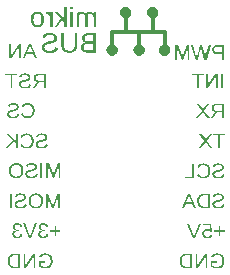
<source format=gbr>
G04 EAGLE Gerber RS-274X export*
G75*
%MOMM*%
%FSLAX34Y34*%
%LPD*%
%INSilkscreen Bottom*%
%IPPOS*%
%AMOC8*
5,1,8,0,0,1.08239X$1,22.5*%
G01*
G04 Define Apertures*
%ADD10C,0.304800*%
%ADD11C,0.508000*%
G36*
X115151Y230673D02*
X109229Y230673D01*
X108534Y230657D01*
X107884Y230611D01*
X107279Y230534D01*
X106719Y230425D01*
X106204Y230286D01*
X105733Y230116D01*
X105307Y229916D01*
X104926Y229684D01*
X104590Y229421D01*
X104299Y229128D01*
X104052Y228803D01*
X103851Y228448D01*
X103694Y228061D01*
X103582Y227644D01*
X103515Y227196D01*
X103492Y226717D01*
X103505Y226363D01*
X103543Y226023D01*
X103606Y225698D01*
X103695Y225387D01*
X103808Y225091D01*
X103948Y224809D01*
X104112Y224541D01*
X104302Y224288D01*
X104515Y224053D01*
X104646Y223932D01*
X104749Y223837D01*
X105003Y223642D01*
X105279Y223467D01*
X105576Y223312D01*
X105894Y223178D01*
X106232Y223064D01*
X106592Y222970D01*
X106120Y222899D01*
X105676Y222802D01*
X105260Y222678D01*
X104871Y222529D01*
X104511Y222353D01*
X104178Y222151D01*
X103873Y221923D01*
X103746Y221805D01*
X103596Y221668D01*
X103350Y221392D01*
X103136Y221098D01*
X102955Y220787D01*
X102807Y220458D01*
X102692Y220112D01*
X102610Y219748D01*
X102560Y219367D01*
X102544Y218968D01*
X102550Y218700D01*
X102569Y218439D01*
X102600Y218186D01*
X102643Y217941D01*
X102767Y217473D01*
X102940Y217035D01*
X103163Y216627D01*
X103435Y216249D01*
X103757Y215902D01*
X104128Y215585D01*
X104544Y215301D01*
X104998Y215056D01*
X105491Y214848D01*
X106022Y214678D01*
X106592Y214546D01*
X107201Y214452D01*
X107849Y214395D01*
X108535Y214376D01*
X115151Y214376D01*
X115151Y230673D01*
G37*
G36*
X66178Y235944D02*
X66505Y235964D01*
X66821Y235997D01*
X67127Y236042D01*
X67423Y236101D01*
X67708Y236173D01*
X67982Y236258D01*
X68246Y236356D01*
X68500Y236467D01*
X68743Y236591D01*
X68975Y236728D01*
X69197Y236878D01*
X69409Y237041D01*
X69610Y237217D01*
X69801Y237407D01*
X69981Y237609D01*
X70309Y238050D01*
X70593Y238538D01*
X70834Y239072D01*
X71031Y239652D01*
X71184Y240279D01*
X71293Y240952D01*
X71359Y241672D01*
X71381Y242438D01*
X71359Y243222D01*
X71293Y243956D01*
X71183Y244639D01*
X71030Y245272D01*
X70833Y245854D01*
X70592Y246385D01*
X70307Y246866D01*
X69978Y247296D01*
X69797Y247492D01*
X69606Y247675D01*
X69403Y247846D01*
X69189Y248004D01*
X68965Y248150D01*
X68729Y248283D01*
X68483Y248403D01*
X68225Y248510D01*
X67957Y248605D01*
X67677Y248687D01*
X67387Y248757D01*
X67086Y248814D01*
X66773Y248858D01*
X66450Y248890D01*
X66116Y248909D01*
X65771Y248915D01*
X65418Y248909D01*
X65078Y248890D01*
X64749Y248860D01*
X64431Y248816D01*
X64126Y248761D01*
X63833Y248693D01*
X63551Y248613D01*
X63281Y248520D01*
X63023Y248416D01*
X62777Y248298D01*
X62543Y248169D01*
X62321Y248027D01*
X62110Y247873D01*
X61911Y247706D01*
X61724Y247527D01*
X61549Y247336D01*
X61385Y247132D01*
X61232Y246914D01*
X60957Y246438D01*
X60725Y245907D01*
X60534Y245322D01*
X60386Y244683D01*
X60281Y243989D01*
X60217Y243241D01*
X60196Y242438D01*
X60219Y241643D01*
X60286Y240900D01*
X60399Y240210D01*
X60558Y239573D01*
X60654Y239273D01*
X60761Y238987D01*
X60879Y238714D01*
X61009Y238454D01*
X61151Y238207D01*
X61303Y237974D01*
X61467Y237753D01*
X61642Y237546D01*
X62024Y237169D01*
X62446Y236842D01*
X62910Y236566D01*
X63157Y236447D01*
X63414Y236340D01*
X63682Y236246D01*
X63960Y236164D01*
X64248Y236095D01*
X64546Y236038D01*
X64854Y235994D01*
X65173Y235963D01*
X65501Y235944D01*
X65840Y235938D01*
X66178Y235944D01*
G37*
G36*
X100982Y244104D02*
X100990Y244540D01*
X101013Y244941D01*
X101052Y245308D01*
X101107Y245639D01*
X101177Y245935D01*
X101262Y246196D01*
X101363Y246422D01*
X101480Y246613D01*
X101617Y246776D01*
X101778Y246917D01*
X101965Y247036D01*
X102177Y247134D01*
X102413Y247210D01*
X102675Y247264D01*
X102961Y247297D01*
X103272Y247307D01*
X103604Y247292D01*
X103917Y247244D01*
X104211Y247165D01*
X104485Y247054D01*
X104741Y246912D01*
X104978Y246738D01*
X105196Y246533D01*
X105395Y246295D01*
X105572Y246029D01*
X105726Y245736D01*
X105857Y245417D01*
X105963Y245071D01*
X106046Y244698D01*
X106105Y244299D01*
X106141Y243873D01*
X106152Y243421D01*
X106152Y236169D01*
X108211Y236169D01*
X108211Y244104D01*
X108219Y244540D01*
X108242Y244941D01*
X108281Y245308D01*
X108336Y245639D01*
X108405Y245935D01*
X108491Y246196D01*
X108592Y246422D01*
X108709Y246613D01*
X108845Y246776D01*
X109007Y246917D01*
X109194Y247036D01*
X109405Y247134D01*
X109642Y247210D01*
X109903Y247264D01*
X110190Y247297D01*
X110501Y247307D01*
X110825Y247291D01*
X111132Y247244D01*
X111421Y247164D01*
X111693Y247053D01*
X111947Y246910D01*
X112184Y246735D01*
X112404Y246528D01*
X112606Y246290D01*
X112788Y246022D01*
X112945Y245729D01*
X113079Y245409D01*
X113188Y245064D01*
X113272Y244692D01*
X113333Y244294D01*
X113369Y243871D01*
X113381Y243421D01*
X113381Y236169D01*
X115452Y236169D01*
X115452Y246012D01*
X115469Y247773D01*
X115491Y248335D01*
X115521Y248684D01*
X113555Y248684D01*
X113532Y248371D01*
X113503Y247787D01*
X113462Y246544D01*
X113428Y246544D01*
X113257Y246864D01*
X113080Y247158D01*
X112897Y247428D01*
X112708Y247672D01*
X112512Y247890D01*
X112311Y248084D01*
X112103Y248252D01*
X111889Y248395D01*
X111666Y248517D01*
X111432Y248622D01*
X111185Y248712D01*
X110926Y248785D01*
X110656Y248842D01*
X110373Y248883D01*
X110079Y248907D01*
X109773Y248915D01*
X109426Y248906D01*
X109099Y248880D01*
X108789Y248835D01*
X108499Y248773D01*
X108227Y248694D01*
X107974Y248596D01*
X107739Y248481D01*
X107523Y248348D01*
X107324Y248196D01*
X107141Y248023D01*
X106974Y247829D01*
X106822Y247614D01*
X106686Y247378D01*
X106566Y247121D01*
X106461Y246843D01*
X106372Y246544D01*
X106338Y246544D01*
X106171Y246848D01*
X105997Y247130D01*
X105813Y247390D01*
X105622Y247628D01*
X105422Y247844D01*
X105213Y248038D01*
X104996Y248210D01*
X104770Y248360D01*
X104534Y248490D01*
X104286Y248603D01*
X104026Y248698D01*
X103754Y248776D01*
X103470Y248837D01*
X103173Y248880D01*
X102864Y248906D01*
X102544Y248915D01*
X102086Y248899D01*
X101660Y248851D01*
X101267Y248770D01*
X100906Y248658D01*
X100577Y248513D01*
X100281Y248336D01*
X100017Y248127D01*
X99785Y247886D01*
X99583Y247608D01*
X99408Y247289D01*
X99260Y246928D01*
X99139Y246527D01*
X99045Y246084D01*
X98977Y245600D01*
X98937Y245075D01*
X98924Y244508D01*
X98924Y236169D01*
X100982Y236169D01*
X100982Y244104D01*
G37*
G36*
X76963Y214161D02*
X77649Y214209D01*
X78296Y214290D01*
X78904Y214403D01*
X79472Y214549D01*
X80002Y214727D01*
X80492Y214937D01*
X80943Y215180D01*
X81355Y215455D01*
X81728Y215762D01*
X82062Y216102D01*
X82356Y216474D01*
X82612Y216878D01*
X82828Y217315D01*
X83005Y217784D01*
X83143Y218285D01*
X81004Y218713D01*
X80898Y218358D01*
X80767Y218028D01*
X80609Y217721D01*
X80425Y217440D01*
X80216Y217182D01*
X79980Y216949D01*
X79718Y216740D01*
X79431Y216556D01*
X79116Y216395D01*
X78775Y216255D01*
X78406Y216137D01*
X78011Y216040D01*
X77588Y215965D01*
X77138Y215911D01*
X76661Y215879D01*
X76157Y215868D01*
X75638Y215880D01*
X75149Y215914D01*
X74690Y215971D01*
X74262Y216052D01*
X73865Y216155D01*
X73498Y216281D01*
X73161Y216430D01*
X72855Y216602D01*
X72583Y216797D01*
X72347Y217013D01*
X72147Y217250D01*
X71983Y217509D01*
X71856Y217789D01*
X71766Y218091D01*
X71711Y218415D01*
X71693Y218760D01*
X71716Y219140D01*
X71784Y219482D01*
X71898Y219788D01*
X72057Y220055D01*
X72258Y220293D01*
X72495Y220509D01*
X72770Y220703D01*
X73081Y220876D01*
X73426Y221032D01*
X73804Y221174D01*
X74213Y221303D01*
X74654Y221420D01*
X76678Y221894D01*
X77585Y222108D01*
X78377Y222322D01*
X79051Y222536D01*
X79610Y222750D01*
X80084Y222970D01*
X80505Y223202D01*
X80873Y223447D01*
X81189Y223704D01*
X81461Y223978D01*
X81699Y224275D01*
X81903Y224594D01*
X82074Y224936D01*
X82208Y225302D01*
X82303Y225693D01*
X82361Y226111D01*
X82380Y226555D01*
X82374Y226813D01*
X82355Y227064D01*
X82324Y227306D01*
X82280Y227542D01*
X82155Y227990D01*
X81980Y228409D01*
X81754Y228797D01*
X81479Y229155D01*
X81154Y229484D01*
X80778Y229782D01*
X80356Y230048D01*
X79891Y230278D01*
X79382Y230473D01*
X78831Y230632D01*
X78236Y230756D01*
X77598Y230845D01*
X76917Y230898D01*
X76192Y230916D01*
X75519Y230902D01*
X74886Y230862D01*
X74294Y230796D01*
X73743Y230703D01*
X73233Y230584D01*
X72763Y230437D01*
X72335Y230265D01*
X71947Y230065D01*
X71594Y229834D01*
X71268Y229566D01*
X70969Y229260D01*
X70698Y228916D01*
X70455Y228535D01*
X70238Y228117D01*
X70050Y227661D01*
X69889Y227168D01*
X72063Y226786D01*
X72163Y227099D01*
X72283Y227390D01*
X72423Y227658D01*
X72583Y227904D01*
X72764Y228128D01*
X72965Y228329D01*
X73186Y228509D01*
X73428Y228666D01*
X73691Y228803D01*
X73979Y228922D01*
X74291Y229022D01*
X74628Y229104D01*
X74988Y229168D01*
X75373Y229214D01*
X75782Y229241D01*
X76215Y229250D01*
X76689Y229240D01*
X77135Y229210D01*
X77551Y229159D01*
X77939Y229088D01*
X78297Y228997D01*
X78627Y228886D01*
X78928Y228754D01*
X79199Y228602D01*
X79441Y228431D01*
X79650Y228239D01*
X79827Y228027D01*
X79971Y227796D01*
X80084Y227544D01*
X80164Y227273D01*
X80213Y226982D01*
X80229Y226671D01*
X80222Y226487D01*
X80204Y226311D01*
X80129Y225984D01*
X80004Y225690D01*
X79830Y225427D01*
X79608Y225191D01*
X79342Y224973D01*
X79033Y224775D01*
X78679Y224595D01*
X78210Y224414D01*
X77554Y224214D01*
X76712Y223995D01*
X75683Y223756D01*
X74185Y223403D01*
X73455Y223207D01*
X72757Y222975D01*
X72096Y222705D01*
X71479Y222391D01*
X71191Y222214D01*
X70922Y222018D01*
X70673Y221804D01*
X70444Y221570D01*
X70236Y221316D01*
X70052Y221041D01*
X69892Y220744D01*
X69756Y220425D01*
X69647Y220081D01*
X69569Y219708D01*
X69522Y219306D01*
X69507Y218875D01*
X69514Y218597D01*
X69534Y218327D01*
X69569Y218065D01*
X69617Y217811D01*
X69679Y217565D01*
X69755Y217327D01*
X69844Y217097D01*
X69948Y216874D01*
X70196Y216454D01*
X70499Y216065D01*
X70857Y215708D01*
X71271Y215382D01*
X71734Y215092D01*
X72243Y214841D01*
X72796Y214628D01*
X73395Y214454D01*
X74038Y214319D01*
X74726Y214222D01*
X75460Y214164D01*
X76238Y214145D01*
X76963Y214161D01*
G37*
G36*
X93350Y214156D02*
X93827Y214190D01*
X94287Y214247D01*
X94732Y214327D01*
X95160Y214429D01*
X95573Y214555D01*
X95970Y214703D01*
X96351Y214873D01*
X96713Y215066D01*
X97055Y215279D01*
X97376Y215513D01*
X97675Y215767D01*
X97954Y216042D01*
X98212Y216337D01*
X98448Y216653D01*
X98664Y216990D01*
X98857Y217345D01*
X99023Y217717D01*
X99165Y218106D01*
X99280Y218511D01*
X99370Y218933D01*
X99434Y219371D01*
X99472Y219826D01*
X99485Y220298D01*
X99485Y230673D01*
X97276Y230673D01*
X97276Y220483D01*
X97258Y219942D01*
X97205Y219434D01*
X97117Y218960D01*
X96993Y218520D01*
X96833Y218113D01*
X96639Y217740D01*
X96408Y217400D01*
X96143Y217094D01*
X95844Y216823D01*
X95513Y216588D01*
X95151Y216389D01*
X94758Y216227D01*
X94333Y216100D01*
X93876Y216010D01*
X93389Y215956D01*
X92869Y215937D01*
X92335Y215956D01*
X91832Y216012D01*
X91359Y216106D01*
X90916Y216237D01*
X90504Y216405D01*
X90123Y216611D01*
X89772Y216854D01*
X89452Y217135D01*
X89166Y217451D01*
X88918Y217802D01*
X88708Y218188D01*
X88537Y218608D01*
X88403Y219062D01*
X88308Y219551D01*
X88251Y220075D01*
X88231Y220633D01*
X88231Y230673D01*
X86034Y230673D01*
X86034Y220506D01*
X86047Y220020D01*
X86086Y219551D01*
X86152Y219099D01*
X86244Y218664D01*
X86361Y218246D01*
X86506Y217845D01*
X86676Y217461D01*
X86872Y217094D01*
X87093Y216746D01*
X87335Y216419D01*
X87599Y216114D01*
X87884Y215829D01*
X88192Y215566D01*
X88521Y215323D01*
X88871Y215102D01*
X89243Y214902D01*
X89635Y214725D01*
X90044Y214571D01*
X90470Y214441D01*
X90913Y214334D01*
X91374Y214251D01*
X91851Y214192D01*
X92346Y214157D01*
X92858Y214145D01*
X93350Y214156D01*
G37*
G36*
X86921Y241883D02*
X88447Y240622D01*
X88447Y236169D01*
X90529Y236169D01*
X90529Y253333D01*
X88447Y253333D01*
X88447Y242612D01*
X82953Y248684D01*
X80513Y248684D01*
X85590Y243306D01*
X80247Y236169D01*
X82687Y236169D01*
X86921Y241883D01*
G37*
%LPC*%
G36*
X65412Y237495D02*
X64994Y237551D01*
X64609Y237645D01*
X64257Y237777D01*
X63939Y237946D01*
X63655Y238153D01*
X63404Y238397D01*
X63186Y238679D01*
X62998Y239001D01*
X62834Y239365D01*
X62696Y239772D01*
X62583Y240220D01*
X62495Y240711D01*
X62432Y241245D01*
X62395Y241820D01*
X62382Y242438D01*
X62394Y243064D01*
X62430Y243645D01*
X62490Y244182D01*
X62574Y244675D01*
X62683Y245123D01*
X62815Y245527D01*
X62971Y245887D01*
X63151Y246203D01*
X63360Y246478D01*
X63601Y246716D01*
X63875Y246918D01*
X64182Y247083D01*
X64522Y247212D01*
X64894Y247303D01*
X65299Y247358D01*
X65736Y247377D01*
X66177Y247358D01*
X66587Y247302D01*
X66965Y247208D01*
X67311Y247078D01*
X67625Y246909D01*
X67908Y246703D01*
X68160Y246460D01*
X68379Y246180D01*
X68570Y245859D01*
X68736Y245497D01*
X68876Y245092D01*
X68991Y244646D01*
X69080Y244157D01*
X69144Y243626D01*
X69182Y243053D01*
X69195Y242438D01*
X69182Y241839D01*
X69144Y241277D01*
X69082Y240755D01*
X68994Y240271D01*
X68881Y239825D01*
X68742Y239418D01*
X68579Y239050D01*
X68391Y238720D01*
X68175Y238428D01*
X67931Y238176D01*
X67659Y237962D01*
X67357Y237787D01*
X67027Y237651D01*
X66668Y237554D01*
X66280Y237496D01*
X65864Y237476D01*
X65412Y237495D01*
G37*
G36*
X108651Y216146D02*
X108162Y216157D01*
X107707Y216193D01*
X107287Y216251D01*
X106901Y216334D01*
X106550Y216439D01*
X106233Y216569D01*
X105950Y216721D01*
X105701Y216897D01*
X105484Y217097D01*
X105297Y217320D01*
X105138Y217565D01*
X105007Y217834D01*
X104906Y218126D01*
X104834Y218442D01*
X104791Y218780D01*
X104776Y219141D01*
X104792Y219490D01*
X104839Y219816D01*
X104918Y220120D01*
X105029Y220401D01*
X105171Y220660D01*
X105345Y220896D01*
X105551Y221110D01*
X105788Y221301D01*
X106057Y221470D01*
X106357Y221616D01*
X106689Y221740D01*
X107053Y221841D01*
X107448Y221920D01*
X107875Y221976D01*
X108334Y222010D01*
X108824Y222021D01*
X112942Y222021D01*
X112942Y216146D01*
X108651Y216146D01*
G37*
G36*
X109229Y223745D02*
X108801Y223755D01*
X108400Y223786D01*
X108028Y223838D01*
X107684Y223911D01*
X107367Y224004D01*
X107079Y224119D01*
X106818Y224254D01*
X106586Y224410D01*
X106382Y224587D01*
X106204Y224787D01*
X106054Y225008D01*
X105931Y225253D01*
X105836Y225519D01*
X105768Y225807D01*
X105727Y226118D01*
X105713Y226451D01*
X105727Y226769D01*
X105769Y227063D01*
X105840Y227334D01*
X105938Y227582D01*
X106065Y227806D01*
X106220Y228006D01*
X106404Y228183D01*
X106615Y228336D01*
X106853Y228469D01*
X107117Y228584D01*
X107406Y228682D01*
X107720Y228761D01*
X108059Y228823D01*
X108424Y228868D01*
X108814Y228894D01*
X109229Y228903D01*
X112942Y228903D01*
X112942Y223745D01*
X109229Y223745D01*
G37*
%LPD*%
G36*
X78639Y245769D02*
X78656Y247157D01*
X78709Y248684D01*
X76742Y248684D01*
X76673Y246981D01*
X76650Y246128D01*
X76603Y246128D01*
X76345Y246868D01*
X76209Y247190D01*
X76069Y247481D01*
X75923Y247740D01*
X75773Y247967D01*
X75618Y248162D01*
X75458Y248325D01*
X75288Y248463D01*
X75101Y248583D01*
X74898Y248685D01*
X74678Y248768D01*
X74441Y248832D01*
X74188Y248878D01*
X73918Y248906D01*
X73631Y248915D01*
X73422Y248908D01*
X73212Y248886D01*
X73000Y248850D01*
X72787Y248799D01*
X72787Y246891D01*
X73012Y246942D01*
X73272Y246978D01*
X73567Y246999D01*
X73897Y247007D01*
X74211Y246989D01*
X74506Y246937D01*
X74782Y246850D01*
X75039Y246728D01*
X75277Y246571D01*
X75495Y246379D01*
X75695Y246152D01*
X75875Y245891D01*
X76035Y245596D01*
X76173Y245272D01*
X76291Y244918D01*
X76387Y244533D01*
X76461Y244118D01*
X76515Y243673D01*
X76547Y243198D01*
X76557Y242693D01*
X76557Y236169D01*
X78639Y236169D01*
X78639Y245769D01*
G37*
G36*
X95791Y248684D02*
X93709Y248684D01*
X93709Y236169D01*
X95791Y236169D01*
X95791Y248684D01*
G37*
G36*
X95791Y253333D02*
X93709Y253333D01*
X93709Y251344D01*
X95791Y251344D01*
X95791Y253333D01*
G37*
G36*
X56467Y213159D02*
X62090Y213159D01*
X63509Y209550D01*
X65243Y209550D01*
X60207Y221891D01*
X58306Y221891D01*
X53349Y209550D01*
X55057Y209550D01*
X56467Y213159D01*
G37*
G36*
X50468Y220060D02*
X50424Y219211D01*
X50380Y217748D01*
X50380Y209550D01*
X51869Y209550D01*
X51869Y221891D01*
X49925Y221891D01*
X43251Y211310D01*
X43330Y212791D01*
X43356Y213798D01*
X43356Y221891D01*
X41849Y221891D01*
X41849Y209550D01*
X43864Y209550D01*
X50468Y220060D01*
G37*
%LPC*%
G36*
X56966Y214464D02*
X58551Y218536D01*
X58797Y219180D01*
X59042Y219903D01*
X59278Y220630D01*
X59357Y220384D01*
X59629Y219554D01*
X60005Y218519D01*
X61582Y214464D01*
X56966Y214464D01*
G37*
%LPD*%
G36*
X67179Y189274D02*
X71024Y189274D01*
X71024Y184150D01*
X72697Y184150D01*
X72697Y196491D01*
X66890Y196491D01*
X66383Y196476D01*
X65907Y196432D01*
X65460Y196360D01*
X65043Y196258D01*
X64655Y196126D01*
X64297Y195966D01*
X63969Y195777D01*
X63671Y195558D01*
X63405Y195313D01*
X63175Y195046D01*
X62980Y194756D01*
X62820Y194442D01*
X62696Y194106D01*
X62608Y193747D01*
X62554Y193366D01*
X62537Y192961D01*
X62549Y192624D01*
X62587Y192301D01*
X62649Y191991D01*
X62737Y191695D01*
X62850Y191413D01*
X62987Y191145D01*
X63150Y190890D01*
X63338Y190649D01*
X63548Y190425D01*
X63777Y190224D01*
X64025Y190043D01*
X64136Y189977D01*
X64292Y189885D01*
X64578Y189748D01*
X64883Y189632D01*
X65207Y189539D01*
X65550Y189466D01*
X64058Y187203D01*
X62046Y184150D01*
X63973Y184150D01*
X67179Y189274D01*
G37*
G36*
X55736Y183987D02*
X56256Y184024D01*
X56745Y184085D01*
X57205Y184171D01*
X57636Y184281D01*
X58037Y184416D01*
X58408Y184575D01*
X58750Y184759D01*
X59062Y184967D01*
X59344Y185200D01*
X59597Y185457D01*
X59820Y185739D01*
X60013Y186045D01*
X60177Y186375D01*
X60311Y186731D01*
X60416Y187110D01*
X58796Y187434D01*
X58716Y187166D01*
X58616Y186915D01*
X58497Y186683D01*
X58358Y186470D01*
X58199Y186275D01*
X58021Y186099D01*
X57822Y185941D01*
X57604Y185801D01*
X57367Y185679D01*
X57108Y185573D01*
X56829Y185483D01*
X56529Y185410D01*
X56209Y185353D01*
X55869Y185312D01*
X55508Y185288D01*
X55126Y185280D01*
X54732Y185289D01*
X54362Y185315D01*
X54015Y185358D01*
X53691Y185419D01*
X53390Y185497D01*
X53112Y185593D01*
X52857Y185706D01*
X52625Y185836D01*
X52419Y185983D01*
X52240Y186147D01*
X52089Y186326D01*
X51965Y186522D01*
X51869Y186735D01*
X51800Y186963D01*
X51759Y187208D01*
X51745Y187469D01*
X51762Y187757D01*
X51814Y188017D01*
X51900Y188248D01*
X52021Y188450D01*
X52173Y188631D01*
X52353Y188794D01*
X52560Y188941D01*
X52796Y189072D01*
X53058Y189190D01*
X53343Y189298D01*
X53653Y189396D01*
X53987Y189484D01*
X55520Y189843D01*
X56207Y190005D01*
X56806Y190167D01*
X57317Y190329D01*
X57740Y190491D01*
X58099Y190658D01*
X58418Y190834D01*
X58697Y191019D01*
X58936Y191214D01*
X59142Y191422D01*
X59322Y191646D01*
X59477Y191888D01*
X59606Y192147D01*
X59707Y192424D01*
X59780Y192720D01*
X59823Y193037D01*
X59838Y193373D01*
X59819Y193758D01*
X59762Y194120D01*
X59667Y194459D01*
X59535Y194776D01*
X59364Y195070D01*
X59156Y195342D01*
X58909Y195590D01*
X58625Y195816D01*
X58305Y196018D01*
X57953Y196192D01*
X57568Y196339D01*
X57150Y196460D01*
X56700Y196554D01*
X56217Y196621D01*
X55701Y196661D01*
X55152Y196675D01*
X54642Y196665D01*
X54163Y196634D01*
X53715Y196584D01*
X53297Y196514D01*
X52911Y196423D01*
X52556Y196313D01*
X52231Y196182D01*
X51938Y196031D01*
X51670Y195856D01*
X51423Y195652D01*
X51197Y195421D01*
X50992Y195161D01*
X50807Y194872D01*
X50644Y194555D01*
X50501Y194210D01*
X50379Y193837D01*
X52025Y193548D01*
X52101Y193785D01*
X52192Y194005D01*
X52298Y194208D01*
X52419Y194394D01*
X52556Y194564D01*
X52708Y194716D01*
X52876Y194852D01*
X53059Y194971D01*
X53258Y195075D01*
X53476Y195165D01*
X53713Y195241D01*
X53968Y195303D01*
X54241Y195351D01*
X54532Y195386D01*
X54842Y195407D01*
X55170Y195413D01*
X55529Y195406D01*
X55866Y195383D01*
X56181Y195345D01*
X56475Y195291D01*
X56746Y195222D01*
X56996Y195138D01*
X57223Y195038D01*
X57429Y194923D01*
X57612Y194793D01*
X57770Y194648D01*
X57904Y194487D01*
X58014Y194312D01*
X58099Y194122D01*
X58160Y193916D01*
X58197Y193696D01*
X58209Y193460D01*
X58190Y193188D01*
X58133Y192940D01*
X58039Y192717D01*
X57907Y192519D01*
X57739Y192340D01*
X57538Y192175D01*
X57303Y192024D01*
X57035Y191888D01*
X56680Y191752D01*
X56183Y191600D01*
X55546Y191434D01*
X54767Y191253D01*
X53632Y190986D01*
X53080Y190837D01*
X52551Y190662D01*
X52050Y190457D01*
X51583Y190220D01*
X51365Y190086D01*
X51161Y189937D01*
X50973Y189775D01*
X50799Y189598D01*
X50642Y189406D01*
X50502Y189197D01*
X50381Y188972D01*
X50278Y188731D01*
X50196Y188470D01*
X50137Y188188D01*
X50101Y187883D01*
X50090Y187557D01*
X50111Y187142D01*
X50173Y186751D01*
X50277Y186385D01*
X50424Y186042D01*
X50611Y185723D01*
X50841Y185429D01*
X51112Y185158D01*
X51425Y184912D01*
X51776Y184692D01*
X52161Y184502D01*
X52580Y184341D01*
X53034Y184209D01*
X53521Y184107D01*
X54042Y184033D01*
X54598Y183990D01*
X55187Y183975D01*
X55736Y183987D01*
G37*
G36*
X44620Y195124D02*
X48859Y195124D01*
X48859Y196491D01*
X38716Y196491D01*
X38716Y195124D01*
X42956Y195124D01*
X42956Y184150D01*
X44620Y184150D01*
X44620Y195124D01*
G37*
%LPC*%
G36*
X66986Y190596D02*
X66665Y190606D01*
X66362Y190635D01*
X66078Y190683D01*
X65813Y190751D01*
X65567Y190837D01*
X65340Y190944D01*
X65131Y191069D01*
X64941Y191214D01*
X64772Y191376D01*
X64625Y191553D01*
X64501Y191746D01*
X64399Y191955D01*
X64320Y192179D01*
X64263Y192418D01*
X64230Y192673D01*
X64218Y192944D01*
X64230Y193205D01*
X64264Y193450D01*
X64321Y193680D01*
X64401Y193893D01*
X64504Y194090D01*
X64630Y194271D01*
X64778Y194437D01*
X64950Y194586D01*
X65143Y194718D01*
X65356Y194833D01*
X65589Y194930D01*
X65842Y195010D01*
X66115Y195071D01*
X66409Y195115D01*
X66722Y195142D01*
X67056Y195151D01*
X71024Y195151D01*
X71024Y190596D01*
X66986Y190596D01*
G37*
%LPD*%
G36*
X45830Y158841D02*
X46350Y158878D01*
X46839Y158939D01*
X47299Y159025D01*
X47730Y159135D01*
X48131Y159270D01*
X48502Y159429D01*
X48844Y159613D01*
X49156Y159821D01*
X49438Y160054D01*
X49691Y160311D01*
X49914Y160593D01*
X50107Y160899D01*
X50271Y161229D01*
X50405Y161585D01*
X50510Y161964D01*
X48890Y162288D01*
X48810Y162020D01*
X48710Y161769D01*
X48591Y161537D01*
X48452Y161324D01*
X48293Y161129D01*
X48115Y160953D01*
X47916Y160795D01*
X47698Y160655D01*
X47461Y160533D01*
X47202Y160427D01*
X46923Y160337D01*
X46623Y160264D01*
X46303Y160207D01*
X45963Y160166D01*
X45602Y160142D01*
X45220Y160134D01*
X44826Y160143D01*
X44456Y160169D01*
X44109Y160212D01*
X43785Y160273D01*
X43484Y160351D01*
X43206Y160447D01*
X42951Y160560D01*
X42719Y160690D01*
X42513Y160837D01*
X42334Y161001D01*
X42183Y161180D01*
X42059Y161376D01*
X41963Y161589D01*
X41894Y161817D01*
X41853Y162062D01*
X41839Y162323D01*
X41856Y162611D01*
X41908Y162871D01*
X41994Y163102D01*
X42115Y163304D01*
X42267Y163485D01*
X42447Y163648D01*
X42654Y163795D01*
X42890Y163926D01*
X43152Y164044D01*
X43437Y164152D01*
X43747Y164250D01*
X44081Y164338D01*
X45614Y164697D01*
X46301Y164859D01*
X46900Y165021D01*
X47411Y165183D01*
X47834Y165345D01*
X48193Y165512D01*
X48512Y165688D01*
X48791Y165873D01*
X49030Y166068D01*
X49236Y166276D01*
X49416Y166500D01*
X49571Y166742D01*
X49700Y167001D01*
X49801Y167278D01*
X49874Y167574D01*
X49917Y167891D01*
X49932Y168227D01*
X49913Y168612D01*
X49856Y168974D01*
X49761Y169313D01*
X49629Y169630D01*
X49458Y169924D01*
X49250Y170196D01*
X49003Y170444D01*
X48719Y170670D01*
X48399Y170872D01*
X48047Y171046D01*
X47662Y171193D01*
X47244Y171314D01*
X46794Y171408D01*
X46311Y171475D01*
X45795Y171515D01*
X45246Y171529D01*
X44736Y171519D01*
X44257Y171488D01*
X43809Y171438D01*
X43391Y171368D01*
X43005Y171277D01*
X42650Y171167D01*
X42325Y171036D01*
X42032Y170885D01*
X41764Y170710D01*
X41517Y170506D01*
X41291Y170275D01*
X41086Y170015D01*
X40901Y169726D01*
X40738Y169409D01*
X40595Y169064D01*
X40473Y168691D01*
X42119Y168402D01*
X42195Y168639D01*
X42286Y168859D01*
X42392Y169062D01*
X42513Y169248D01*
X42650Y169418D01*
X42802Y169570D01*
X42970Y169706D01*
X43153Y169825D01*
X43352Y169929D01*
X43570Y170019D01*
X43807Y170095D01*
X44062Y170157D01*
X44335Y170205D01*
X44626Y170240D01*
X44936Y170261D01*
X45264Y170267D01*
X45623Y170260D01*
X45960Y170237D01*
X46275Y170199D01*
X46569Y170145D01*
X46840Y170076D01*
X47090Y169992D01*
X47317Y169892D01*
X47523Y169777D01*
X47706Y169647D01*
X47864Y169502D01*
X47998Y169341D01*
X48108Y169166D01*
X48193Y168976D01*
X48254Y168770D01*
X48291Y168550D01*
X48303Y168314D01*
X48284Y168042D01*
X48227Y167794D01*
X48133Y167571D01*
X48001Y167373D01*
X47833Y167194D01*
X47632Y167029D01*
X47397Y166878D01*
X47129Y166742D01*
X46774Y166606D01*
X46277Y166454D01*
X45640Y166288D01*
X44861Y166107D01*
X43726Y165840D01*
X43174Y165691D01*
X42645Y165516D01*
X42144Y165311D01*
X41677Y165074D01*
X41459Y164940D01*
X41255Y164791D01*
X41067Y164629D01*
X40893Y164452D01*
X40736Y164260D01*
X40596Y164051D01*
X40475Y163826D01*
X40372Y163585D01*
X40290Y163324D01*
X40231Y163042D01*
X40195Y162737D01*
X40184Y162411D01*
X40205Y161996D01*
X40267Y161605D01*
X40371Y161239D01*
X40518Y160896D01*
X40705Y160577D01*
X40935Y160283D01*
X41206Y160012D01*
X41519Y159766D01*
X41870Y159546D01*
X42255Y159356D01*
X42674Y159195D01*
X43128Y159063D01*
X43615Y158961D01*
X44136Y158887D01*
X44692Y158844D01*
X45281Y158829D01*
X45830Y158841D01*
G37*
G36*
X57793Y158841D02*
X58235Y158877D01*
X58662Y158938D01*
X59074Y159023D01*
X59469Y159132D01*
X59849Y159265D01*
X60213Y159422D01*
X60562Y159604D01*
X60892Y159808D01*
X61202Y160033D01*
X61492Y160279D01*
X61761Y160546D01*
X62011Y160833D01*
X62240Y161141D01*
X62449Y161470D01*
X62637Y161820D01*
X62805Y162188D01*
X62950Y162573D01*
X63072Y162975D01*
X63173Y163393D01*
X63251Y163828D01*
X63307Y164279D01*
X63340Y164747D01*
X63351Y165231D01*
X63345Y165595D01*
X63326Y165949D01*
X63295Y166293D01*
X63252Y166627D01*
X63195Y166951D01*
X63127Y167265D01*
X63046Y167569D01*
X62953Y167863D01*
X62847Y168147D01*
X62728Y168421D01*
X62454Y168939D01*
X62131Y169418D01*
X61757Y169856D01*
X61339Y170248D01*
X60883Y170588D01*
X60641Y170738D01*
X60389Y170875D01*
X60128Y170999D01*
X59856Y171110D01*
X59576Y171209D01*
X59286Y171293D01*
X58986Y171365D01*
X58676Y171424D01*
X58357Y171470D01*
X58029Y171503D01*
X57691Y171522D01*
X57343Y171529D01*
X56860Y171517D01*
X56398Y171481D01*
X55956Y171420D01*
X55534Y171336D01*
X55133Y171228D01*
X54751Y171095D01*
X54390Y170939D01*
X54050Y170758D01*
X53730Y170554D01*
X53432Y170326D01*
X53156Y170075D01*
X52902Y169801D01*
X52670Y169504D01*
X52460Y169183D01*
X52272Y168839D01*
X52105Y168472D01*
X53690Y167946D01*
X53806Y168208D01*
X53938Y168453D01*
X54086Y168683D01*
X54250Y168897D01*
X54430Y169095D01*
X54627Y169277D01*
X54841Y169443D01*
X55070Y169593D01*
X55313Y169727D01*
X55567Y169842D01*
X55833Y169940D01*
X56109Y170020D01*
X56396Y170082D01*
X56695Y170127D01*
X57005Y170153D01*
X57325Y170162D01*
X57823Y170142D01*
X58293Y170080D01*
X58734Y169977D01*
X59147Y169833D01*
X59531Y169647D01*
X59887Y169421D01*
X60214Y169153D01*
X60513Y168844D01*
X60780Y168499D01*
X61012Y168124D01*
X61207Y167718D01*
X61367Y167282D01*
X61492Y166815D01*
X61581Y166318D01*
X61634Y165790D01*
X61652Y165231D01*
X61633Y164678D01*
X61578Y164153D01*
X61485Y163655D01*
X61355Y163185D01*
X61188Y162743D01*
X60984Y162329D01*
X60743Y161942D01*
X60465Y161583D01*
X60155Y161260D01*
X59820Y160980D01*
X59457Y160743D01*
X59069Y160549D01*
X58655Y160398D01*
X58215Y160290D01*
X57748Y160225D01*
X57255Y160204D01*
X56936Y160214D01*
X56627Y160244D01*
X56328Y160294D01*
X56039Y160364D01*
X55761Y160455D01*
X55492Y160565D01*
X55233Y160695D01*
X54985Y160845D01*
X54746Y161016D01*
X54517Y161206D01*
X54299Y161417D01*
X54091Y161647D01*
X53892Y161898D01*
X53704Y162169D01*
X53526Y162459D01*
X53358Y162770D01*
X51991Y162087D01*
X52191Y161700D01*
X52411Y161338D01*
X52650Y160999D01*
X52908Y160683D01*
X53185Y160392D01*
X53482Y160125D01*
X53798Y159881D01*
X54133Y159661D01*
X54485Y159466D01*
X54850Y159297D01*
X55230Y159154D01*
X55623Y159037D01*
X56030Y158946D01*
X56451Y158881D01*
X56885Y158842D01*
X57334Y158829D01*
X57793Y158841D01*
G37*
G36*
X69944Y133187D02*
X70463Y133224D01*
X70953Y133285D01*
X71413Y133371D01*
X71843Y133481D01*
X72244Y133616D01*
X72616Y133775D01*
X72957Y133959D01*
X73269Y134167D01*
X73552Y134400D01*
X73804Y134657D01*
X74027Y134939D01*
X74221Y135245D01*
X74385Y135575D01*
X74519Y135931D01*
X74623Y136310D01*
X73003Y136634D01*
X72923Y136366D01*
X72824Y136115D01*
X72704Y135883D01*
X72565Y135670D01*
X72406Y135475D01*
X72228Y135299D01*
X72030Y135141D01*
X71812Y135001D01*
X71574Y134879D01*
X71315Y134773D01*
X71036Y134683D01*
X70737Y134610D01*
X70417Y134553D01*
X70076Y134512D01*
X69715Y134488D01*
X69333Y134480D01*
X68940Y134489D01*
X68569Y134515D01*
X68222Y134558D01*
X67898Y134619D01*
X67597Y134697D01*
X67319Y134793D01*
X67064Y134906D01*
X66833Y135036D01*
X66626Y135183D01*
X66448Y135347D01*
X66296Y135526D01*
X66173Y135722D01*
X66076Y135935D01*
X66008Y136163D01*
X65966Y136408D01*
X65953Y136669D01*
X65970Y136957D01*
X66022Y137217D01*
X66108Y137448D01*
X66228Y137650D01*
X66380Y137831D01*
X66560Y137994D01*
X66768Y138141D01*
X67004Y138272D01*
X67265Y138390D01*
X67551Y138498D01*
X67861Y138596D01*
X68195Y138684D01*
X69727Y139043D01*
X70415Y139205D01*
X71014Y139367D01*
X71525Y139529D01*
X71948Y139691D01*
X72307Y139858D01*
X72625Y140034D01*
X72904Y140219D01*
X73143Y140414D01*
X73349Y140622D01*
X73530Y140846D01*
X73684Y141088D01*
X73813Y141347D01*
X73915Y141624D01*
X73987Y141920D01*
X74031Y142237D01*
X74045Y142573D01*
X74026Y142958D01*
X73970Y143320D01*
X73875Y143659D01*
X73742Y143976D01*
X73572Y144270D01*
X73363Y144542D01*
X73117Y144790D01*
X72832Y145016D01*
X72513Y145218D01*
X72160Y145392D01*
X71775Y145539D01*
X71358Y145660D01*
X70907Y145754D01*
X70424Y145821D01*
X69908Y145861D01*
X69360Y145875D01*
X68850Y145865D01*
X68370Y145834D01*
X67922Y145784D01*
X67505Y145714D01*
X67119Y145623D01*
X66763Y145513D01*
X66439Y145382D01*
X66145Y145231D01*
X65878Y145056D01*
X65631Y144852D01*
X65405Y144621D01*
X65199Y144361D01*
X65015Y144072D01*
X64851Y143755D01*
X64708Y143410D01*
X64586Y143037D01*
X66233Y142748D01*
X66308Y142985D01*
X66399Y143205D01*
X66505Y143408D01*
X66627Y143594D01*
X66764Y143764D01*
X66916Y143916D01*
X67083Y144052D01*
X67266Y144171D01*
X67466Y144275D01*
X67684Y144365D01*
X67920Y144441D01*
X68175Y144503D01*
X68448Y144551D01*
X68739Y144586D01*
X69049Y144607D01*
X69377Y144613D01*
X69736Y144606D01*
X70073Y144583D01*
X70389Y144545D01*
X70682Y144491D01*
X70954Y144422D01*
X71203Y144338D01*
X71431Y144238D01*
X71637Y144123D01*
X71820Y143993D01*
X71978Y143848D01*
X72112Y143687D01*
X72221Y143512D01*
X72307Y143322D01*
X72368Y143116D01*
X72404Y142896D01*
X72416Y142660D01*
X72397Y142388D01*
X72341Y142140D01*
X72246Y141917D01*
X72114Y141719D01*
X71946Y141540D01*
X71745Y141375D01*
X71511Y141224D01*
X71243Y141088D01*
X70887Y140952D01*
X70391Y140800D01*
X69753Y140634D01*
X68974Y140453D01*
X67840Y140186D01*
X67287Y140037D01*
X66758Y139862D01*
X66258Y139657D01*
X65790Y139420D01*
X65572Y139286D01*
X65369Y139137D01*
X65180Y138975D01*
X65007Y138798D01*
X64849Y138606D01*
X64710Y138397D01*
X64589Y138172D01*
X64485Y137931D01*
X64403Y137670D01*
X64344Y137388D01*
X64309Y137083D01*
X64297Y136757D01*
X64318Y136342D01*
X64381Y135951D01*
X64485Y135585D01*
X64631Y135242D01*
X64819Y134923D01*
X65048Y134629D01*
X65320Y134358D01*
X65633Y134112D01*
X65984Y133892D01*
X66369Y133702D01*
X66788Y133541D01*
X67241Y133409D01*
X67728Y133307D01*
X68250Y133233D01*
X68805Y133190D01*
X69395Y133175D01*
X69944Y133187D01*
G37*
G36*
X45776Y139306D02*
X47387Y138080D01*
X47387Y133350D01*
X49060Y133350D01*
X49060Y145691D01*
X47387Y145691D01*
X47387Y139507D01*
X41440Y145691D01*
X39470Y145691D01*
X44725Y140331D01*
X38769Y133350D01*
X40845Y133350D01*
X45776Y139306D01*
G37*
G36*
X57031Y133187D02*
X57474Y133223D01*
X57901Y133284D01*
X58312Y133369D01*
X58708Y133478D01*
X59088Y133611D01*
X59452Y133768D01*
X59800Y133950D01*
X60130Y134154D01*
X60441Y134379D01*
X60730Y134625D01*
X61000Y134892D01*
X61249Y135179D01*
X61478Y135487D01*
X61687Y135816D01*
X61876Y136166D01*
X62043Y136534D01*
X62188Y136919D01*
X62311Y137321D01*
X62411Y137739D01*
X62489Y138174D01*
X62545Y138625D01*
X62578Y139093D01*
X62590Y139577D01*
X62583Y139941D01*
X62565Y140295D01*
X62534Y140639D01*
X62490Y140973D01*
X62434Y141297D01*
X62365Y141611D01*
X62285Y141915D01*
X62191Y142209D01*
X62085Y142493D01*
X61967Y142767D01*
X61693Y143285D01*
X61369Y143764D01*
X60996Y144202D01*
X60578Y144594D01*
X60122Y144934D01*
X59880Y145084D01*
X59628Y145221D01*
X59366Y145345D01*
X59095Y145456D01*
X58814Y145555D01*
X58524Y145639D01*
X58224Y145711D01*
X57915Y145770D01*
X57596Y145816D01*
X57267Y145849D01*
X56929Y145868D01*
X56581Y145875D01*
X56099Y145863D01*
X55636Y145827D01*
X55194Y145766D01*
X54773Y145682D01*
X54371Y145574D01*
X53990Y145441D01*
X53629Y145285D01*
X53288Y145104D01*
X52968Y144900D01*
X52671Y144672D01*
X52395Y144421D01*
X52141Y144147D01*
X51909Y143850D01*
X51698Y143529D01*
X51510Y143185D01*
X51344Y142818D01*
X52929Y142292D01*
X53044Y142554D01*
X53176Y142799D01*
X53324Y143029D01*
X53488Y143243D01*
X53669Y143441D01*
X53866Y143623D01*
X54079Y143789D01*
X54308Y143939D01*
X54552Y144073D01*
X54806Y144188D01*
X55071Y144286D01*
X55347Y144366D01*
X55635Y144428D01*
X55933Y144473D01*
X56243Y144499D01*
X56564Y144508D01*
X57062Y144488D01*
X57532Y144426D01*
X57973Y144323D01*
X58386Y144179D01*
X58770Y143993D01*
X59126Y143767D01*
X59453Y143499D01*
X59752Y143190D01*
X60019Y142845D01*
X60250Y142470D01*
X60446Y142064D01*
X60606Y141628D01*
X60730Y141161D01*
X60819Y140664D01*
X60873Y140136D01*
X60890Y139577D01*
X60872Y139024D01*
X60816Y138499D01*
X60724Y138001D01*
X60594Y137531D01*
X60427Y137089D01*
X60223Y136675D01*
X59982Y136288D01*
X59704Y135929D01*
X59394Y135606D01*
X59058Y135326D01*
X58696Y135089D01*
X58308Y134895D01*
X57893Y134744D01*
X57453Y134636D01*
X56986Y134571D01*
X56494Y134550D01*
X56175Y134560D01*
X55866Y134590D01*
X55567Y134640D01*
X55278Y134710D01*
X54999Y134801D01*
X54730Y134911D01*
X54472Y135041D01*
X54223Y135191D01*
X53984Y135362D01*
X53756Y135552D01*
X53538Y135763D01*
X53329Y135993D01*
X53131Y136244D01*
X52943Y136515D01*
X52764Y136805D01*
X52596Y137116D01*
X51230Y136433D01*
X51430Y136046D01*
X51649Y135684D01*
X51888Y135345D01*
X52146Y135029D01*
X52424Y134738D01*
X52720Y134471D01*
X53036Y134227D01*
X53371Y134007D01*
X53723Y133812D01*
X54089Y133643D01*
X54468Y133500D01*
X54861Y133383D01*
X55268Y133292D01*
X55689Y133227D01*
X56124Y133188D01*
X56573Y133175D01*
X57031Y133187D01*
G37*
G36*
X48243Y108041D02*
X48694Y108077D01*
X49128Y108137D01*
X49546Y108222D01*
X49948Y108330D01*
X50334Y108462D01*
X50703Y108619D01*
X51056Y108800D01*
X51391Y109003D01*
X51705Y109228D01*
X51999Y109474D01*
X52272Y109742D01*
X52526Y110032D01*
X52758Y110342D01*
X52971Y110675D01*
X53162Y111029D01*
X53333Y111401D01*
X53481Y111788D01*
X53605Y112191D01*
X53708Y112608D01*
X53787Y113041D01*
X53844Y113490D01*
X53878Y113953D01*
X53889Y114431D01*
X53883Y114796D01*
X53864Y115151D01*
X53832Y115496D01*
X53788Y115831D01*
X53731Y116155D01*
X53662Y116470D01*
X53579Y116774D01*
X53484Y117069D01*
X53377Y117353D01*
X53257Y117627D01*
X53124Y117891D01*
X52978Y118145D01*
X52649Y118623D01*
X52269Y119060D01*
X51844Y119451D01*
X51617Y119627D01*
X51380Y119790D01*
X51132Y119940D01*
X50875Y120077D01*
X50608Y120201D01*
X50331Y120312D01*
X50044Y120409D01*
X49748Y120494D01*
X49441Y120566D01*
X49124Y120624D01*
X48798Y120670D01*
X48461Y120703D01*
X48115Y120722D01*
X47758Y120729D01*
X47295Y120717D01*
X46848Y120682D01*
X46416Y120623D01*
X46000Y120542D01*
X45600Y120436D01*
X45215Y120307D01*
X44845Y120155D01*
X44492Y119980D01*
X44156Y119782D01*
X43840Y119563D01*
X43545Y119323D01*
X43271Y119061D01*
X43017Y118779D01*
X42783Y118475D01*
X42569Y118150D01*
X42376Y117803D01*
X42205Y117438D01*
X42056Y117057D01*
X41931Y116660D01*
X41828Y116247D01*
X41748Y115817D01*
X41691Y115371D01*
X41656Y114909D01*
X41645Y114431D01*
X41657Y113955D01*
X41691Y113494D01*
X41749Y113047D01*
X41830Y112616D01*
X41934Y112200D01*
X42061Y111799D01*
X42212Y111413D01*
X42385Y111042D01*
X42580Y110689D01*
X42795Y110357D01*
X43031Y110046D01*
X43286Y109756D01*
X43562Y109488D01*
X43857Y109240D01*
X44173Y109014D01*
X44509Y108808D01*
X44863Y108626D01*
X45232Y108467D01*
X45617Y108333D01*
X46018Y108224D01*
X46434Y108138D01*
X46866Y108078D01*
X47313Y108041D01*
X47776Y108029D01*
X48243Y108041D01*
G37*
%LPC*%
G36*
X47257Y109407D02*
X46770Y109469D01*
X46313Y109572D01*
X45887Y109716D01*
X45493Y109901D01*
X45130Y110128D01*
X44797Y110396D01*
X44496Y110705D01*
X44228Y111051D01*
X43996Y111432D01*
X43799Y111847D01*
X43639Y112295D01*
X43514Y112778D01*
X43424Y113295D01*
X43371Y113846D01*
X43353Y114431D01*
X43371Y114992D01*
X43425Y115521D01*
X43515Y116020D01*
X43641Y116487D01*
X43803Y116924D01*
X44001Y117330D01*
X44235Y117705D01*
X44505Y118049D01*
X44807Y118357D01*
X45140Y118623D01*
X45502Y118849D01*
X45894Y119034D01*
X46316Y119178D01*
X46767Y119280D01*
X47248Y119342D01*
X47758Y119362D01*
X48273Y119342D01*
X48758Y119281D01*
X49213Y119180D01*
X49637Y119038D01*
X50032Y118856D01*
X50396Y118633D01*
X50730Y118370D01*
X51034Y118066D01*
X51305Y117726D01*
X51540Y117353D01*
X51739Y116947D01*
X51901Y116509D01*
X52028Y116039D01*
X52118Y115535D01*
X52172Y115000D01*
X52190Y114431D01*
X52172Y113866D01*
X52117Y113331D01*
X52026Y112825D01*
X51898Y112350D01*
X51734Y111905D01*
X51533Y111489D01*
X51295Y111104D01*
X51021Y110748D01*
X50715Y110429D01*
X50380Y110153D01*
X50017Y109918D01*
X49625Y109727D01*
X49205Y109578D01*
X48757Y109472D01*
X48281Y109408D01*
X47776Y109386D01*
X47257Y109407D01*
G37*
%LPD*%
G36*
X74650Y116437D02*
X74630Y117777D01*
X74571Y119065D01*
X74978Y117668D01*
X75166Y117097D01*
X75342Y116612D01*
X78530Y108204D01*
X79704Y108204D01*
X82935Y116612D01*
X83426Y118101D01*
X83715Y119065D01*
X83689Y118092D01*
X83654Y116437D01*
X83654Y108204D01*
X85143Y108204D01*
X85143Y120545D01*
X82944Y120545D01*
X79660Y111988D01*
X79488Y111452D01*
X79323Y110880D01*
X79108Y110026D01*
X79000Y110467D01*
X78815Y111090D01*
X78627Y111671D01*
X78512Y111988D01*
X75289Y120545D01*
X73143Y120545D01*
X73143Y108204D01*
X74650Y108204D01*
X74650Y116437D01*
G37*
G36*
X61213Y108041D02*
X61733Y108078D01*
X62223Y108139D01*
X62683Y108225D01*
X63113Y108335D01*
X63514Y108470D01*
X63885Y108629D01*
X64227Y108813D01*
X64539Y109021D01*
X64821Y109254D01*
X65074Y109511D01*
X65297Y109793D01*
X65491Y110099D01*
X65654Y110429D01*
X65789Y110785D01*
X65893Y111164D01*
X64273Y111488D01*
X64193Y111220D01*
X64093Y110969D01*
X63974Y110737D01*
X63835Y110524D01*
X63676Y110329D01*
X63498Y110153D01*
X63300Y109995D01*
X63082Y109855D01*
X62844Y109733D01*
X62585Y109627D01*
X62306Y109537D01*
X62007Y109464D01*
X61687Y109407D01*
X61346Y109366D01*
X60985Y109342D01*
X60603Y109334D01*
X60210Y109343D01*
X59839Y109369D01*
X59492Y109412D01*
X59168Y109473D01*
X58867Y109551D01*
X58589Y109647D01*
X58334Y109760D01*
X58103Y109890D01*
X57896Y110037D01*
X57717Y110201D01*
X57566Y110380D01*
X57442Y110576D01*
X57346Y110789D01*
X57277Y111017D01*
X57236Y111262D01*
X57222Y111523D01*
X57240Y111811D01*
X57291Y112071D01*
X57377Y112302D01*
X57498Y112504D01*
X57650Y112685D01*
X57830Y112848D01*
X58038Y112995D01*
X58273Y113126D01*
X58535Y113244D01*
X58821Y113352D01*
X59131Y113450D01*
X59464Y113538D01*
X60997Y113897D01*
X61684Y114059D01*
X62284Y114221D01*
X62795Y114383D01*
X63218Y114545D01*
X63576Y114712D01*
X63895Y114888D01*
X64174Y115073D01*
X64413Y115268D01*
X64619Y115476D01*
X64800Y115700D01*
X64954Y115942D01*
X65083Y116201D01*
X65185Y116478D01*
X65257Y116774D01*
X65301Y117091D01*
X65315Y117427D01*
X65296Y117812D01*
X65239Y118174D01*
X65145Y118513D01*
X65012Y118830D01*
X64841Y119124D01*
X64633Y119396D01*
X64386Y119644D01*
X64102Y119870D01*
X63782Y120072D01*
X63430Y120246D01*
X63045Y120393D01*
X62627Y120514D01*
X62177Y120608D01*
X61694Y120675D01*
X61178Y120715D01*
X60629Y120729D01*
X60119Y120719D01*
X59640Y120688D01*
X59192Y120638D01*
X58775Y120568D01*
X58388Y120477D01*
X58033Y120367D01*
X57709Y120236D01*
X57415Y120085D01*
X57147Y119910D01*
X56900Y119706D01*
X56674Y119475D01*
X56469Y119215D01*
X56285Y118926D01*
X56121Y118609D01*
X55978Y118264D01*
X55856Y117891D01*
X57503Y117602D01*
X57578Y117839D01*
X57669Y118059D01*
X57775Y118262D01*
X57897Y118448D01*
X58034Y118618D01*
X58186Y118770D01*
X58353Y118906D01*
X58536Y119025D01*
X58736Y119129D01*
X58954Y119219D01*
X59190Y119295D01*
X59445Y119357D01*
X59718Y119405D01*
X60009Y119440D01*
X60319Y119461D01*
X60647Y119467D01*
X61006Y119460D01*
X61343Y119437D01*
X61658Y119399D01*
X61952Y119345D01*
X62223Y119276D01*
X62473Y119192D01*
X62701Y119092D01*
X62907Y118977D01*
X63089Y118847D01*
X63248Y118702D01*
X63382Y118541D01*
X63491Y118366D01*
X63576Y118176D01*
X63637Y117970D01*
X63674Y117750D01*
X63686Y117514D01*
X63667Y117242D01*
X63611Y116994D01*
X63516Y116771D01*
X63384Y116573D01*
X63216Y116394D01*
X63015Y116229D01*
X62780Y116078D01*
X62512Y115942D01*
X62157Y115806D01*
X61661Y115654D01*
X61023Y115488D01*
X60244Y115307D01*
X59110Y115040D01*
X58557Y114891D01*
X58028Y114716D01*
X57528Y114511D01*
X57060Y114274D01*
X56842Y114140D01*
X56639Y113991D01*
X56450Y113829D01*
X56276Y113652D01*
X56119Y113460D01*
X55980Y113251D01*
X55858Y113026D01*
X55755Y112785D01*
X55673Y112524D01*
X55614Y112242D01*
X55579Y111937D01*
X55567Y111611D01*
X55588Y111196D01*
X55650Y110805D01*
X55755Y110439D01*
X55901Y110096D01*
X56089Y109777D01*
X56318Y109483D01*
X56590Y109212D01*
X56903Y108966D01*
X57254Y108746D01*
X57639Y108556D01*
X58058Y108395D01*
X58511Y108263D01*
X58998Y108161D01*
X59519Y108087D01*
X60075Y108044D01*
X60664Y108029D01*
X61213Y108041D01*
G37*
G36*
X70021Y120545D02*
X68348Y120545D01*
X68348Y108204D01*
X70021Y108204D01*
X70021Y120545D01*
G37*
G36*
X64926Y82387D02*
X65377Y82423D01*
X65812Y82483D01*
X66230Y82568D01*
X66632Y82676D01*
X67017Y82808D01*
X67387Y82965D01*
X67740Y83146D01*
X68074Y83349D01*
X68389Y83574D01*
X68682Y83820D01*
X68956Y84088D01*
X69209Y84378D01*
X69442Y84688D01*
X69654Y85021D01*
X69846Y85375D01*
X70016Y85747D01*
X70164Y86134D01*
X70289Y86537D01*
X70391Y86954D01*
X70471Y87387D01*
X70528Y87836D01*
X70562Y88299D01*
X70573Y88777D01*
X70567Y89142D01*
X70548Y89497D01*
X70516Y89842D01*
X70472Y90177D01*
X70415Y90501D01*
X70345Y90816D01*
X70263Y91120D01*
X70168Y91415D01*
X70060Y91699D01*
X69940Y91973D01*
X69807Y92237D01*
X69662Y92491D01*
X69332Y92969D01*
X68953Y93406D01*
X68528Y93797D01*
X68300Y93973D01*
X68063Y94136D01*
X67816Y94286D01*
X67559Y94423D01*
X67292Y94547D01*
X67015Y94658D01*
X66728Y94755D01*
X66431Y94840D01*
X66124Y94912D01*
X65808Y94970D01*
X65481Y95016D01*
X65145Y95049D01*
X64798Y95068D01*
X64442Y95075D01*
X63979Y95063D01*
X63532Y95028D01*
X63100Y94969D01*
X62684Y94888D01*
X62283Y94782D01*
X61898Y94653D01*
X61529Y94501D01*
X61175Y94326D01*
X60839Y94128D01*
X60524Y93909D01*
X60229Y93669D01*
X59954Y93407D01*
X59700Y93125D01*
X59466Y92821D01*
X59253Y92496D01*
X59060Y92149D01*
X58888Y91784D01*
X58740Y91403D01*
X58614Y91006D01*
X58511Y90593D01*
X58431Y90163D01*
X58374Y89717D01*
X58340Y89255D01*
X58329Y88777D01*
X58340Y88301D01*
X58375Y87840D01*
X58433Y87393D01*
X58514Y86962D01*
X58618Y86546D01*
X58745Y86145D01*
X58895Y85759D01*
X59069Y85388D01*
X59264Y85035D01*
X59479Y84703D01*
X59714Y84392D01*
X59970Y84102D01*
X60245Y83834D01*
X60541Y83586D01*
X60857Y83360D01*
X61193Y83154D01*
X61546Y82972D01*
X61916Y82813D01*
X62301Y82679D01*
X62701Y82570D01*
X63117Y82484D01*
X63549Y82424D01*
X63997Y82387D01*
X64459Y82375D01*
X64926Y82387D01*
G37*
%LPC*%
G36*
X63941Y83753D02*
X63453Y83815D01*
X62996Y83918D01*
X62571Y84062D01*
X62176Y84247D01*
X61813Y84474D01*
X61481Y84742D01*
X61179Y85051D01*
X60912Y85397D01*
X60679Y85778D01*
X60483Y86193D01*
X60322Y86641D01*
X60197Y87124D01*
X60108Y87641D01*
X60054Y88192D01*
X60036Y88777D01*
X60054Y89338D01*
X60108Y89867D01*
X60198Y90366D01*
X60324Y90833D01*
X60486Y91270D01*
X60684Y91676D01*
X60918Y92051D01*
X61188Y92395D01*
X61491Y92703D01*
X61823Y92969D01*
X62186Y93195D01*
X62577Y93380D01*
X62999Y93524D01*
X63450Y93626D01*
X63931Y93688D01*
X64442Y93708D01*
X64957Y93688D01*
X65442Y93627D01*
X65896Y93526D01*
X66321Y93384D01*
X66715Y93202D01*
X67079Y92979D01*
X67414Y92716D01*
X67718Y92412D01*
X67989Y92072D01*
X68223Y91699D01*
X68422Y91293D01*
X68585Y90855D01*
X68711Y90385D01*
X68802Y89881D01*
X68856Y89346D01*
X68874Y88777D01*
X68856Y88212D01*
X68801Y87677D01*
X68709Y87171D01*
X68581Y86696D01*
X68417Y86251D01*
X68216Y85835D01*
X67979Y85450D01*
X67705Y85094D01*
X67398Y84775D01*
X67063Y84499D01*
X66700Y84264D01*
X66309Y84073D01*
X65889Y83924D01*
X65441Y83818D01*
X64964Y83754D01*
X64459Y83732D01*
X63941Y83753D01*
G37*
%LPD*%
G36*
X74396Y90783D02*
X74376Y92123D01*
X74317Y93411D01*
X74724Y92014D01*
X74912Y91443D01*
X75088Y90958D01*
X78276Y82550D01*
X79450Y82550D01*
X82681Y90958D01*
X83172Y92447D01*
X83461Y93411D01*
X83435Y92438D01*
X83400Y90783D01*
X83400Y82550D01*
X84889Y82550D01*
X84889Y94891D01*
X82690Y94891D01*
X79406Y86334D01*
X79234Y85798D01*
X79069Y85226D01*
X78854Y84372D01*
X78746Y84813D01*
X78561Y85436D01*
X78373Y86017D01*
X78258Y86334D01*
X75035Y94891D01*
X72889Y94891D01*
X72889Y82550D01*
X74396Y82550D01*
X74396Y90783D01*
G37*
G36*
X51991Y82387D02*
X52510Y82424D01*
X53000Y82485D01*
X53460Y82571D01*
X53890Y82681D01*
X54291Y82816D01*
X54663Y82975D01*
X55004Y83159D01*
X55316Y83367D01*
X55599Y83600D01*
X55851Y83857D01*
X56074Y84139D01*
X56268Y84445D01*
X56432Y84775D01*
X56566Y85131D01*
X56670Y85510D01*
X55050Y85834D01*
X54970Y85566D01*
X54871Y85315D01*
X54751Y85083D01*
X54612Y84870D01*
X54453Y84675D01*
X54275Y84499D01*
X54077Y84341D01*
X53859Y84201D01*
X53621Y84079D01*
X53362Y83973D01*
X53083Y83883D01*
X52784Y83810D01*
X52464Y83753D01*
X52123Y83712D01*
X51762Y83688D01*
X51380Y83680D01*
X50987Y83689D01*
X50616Y83715D01*
X50269Y83758D01*
X49945Y83819D01*
X49644Y83897D01*
X49366Y83993D01*
X49111Y84106D01*
X48880Y84236D01*
X48673Y84383D01*
X48495Y84547D01*
X48343Y84726D01*
X48220Y84922D01*
X48123Y85135D01*
X48055Y85363D01*
X48013Y85608D01*
X48000Y85869D01*
X48017Y86157D01*
X48069Y86417D01*
X48155Y86648D01*
X48275Y86850D01*
X48427Y87031D01*
X48607Y87194D01*
X48815Y87341D01*
X49051Y87472D01*
X49312Y87590D01*
X49598Y87698D01*
X49908Y87796D01*
X50242Y87884D01*
X51774Y88243D01*
X52462Y88405D01*
X53061Y88567D01*
X53572Y88729D01*
X53995Y88891D01*
X54354Y89058D01*
X54672Y89234D01*
X54951Y89419D01*
X55190Y89614D01*
X55396Y89822D01*
X55577Y90046D01*
X55731Y90288D01*
X55860Y90547D01*
X55962Y90824D01*
X56034Y91120D01*
X56078Y91437D01*
X56092Y91773D01*
X56073Y92158D01*
X56017Y92520D01*
X55922Y92859D01*
X55789Y93176D01*
X55619Y93470D01*
X55410Y93742D01*
X55164Y93990D01*
X54879Y94216D01*
X54560Y94418D01*
X54207Y94592D01*
X53822Y94739D01*
X53405Y94860D01*
X52954Y94954D01*
X52471Y95021D01*
X51955Y95061D01*
X51407Y95075D01*
X50897Y95065D01*
X50417Y95034D01*
X49969Y94984D01*
X49552Y94914D01*
X49166Y94823D01*
X48810Y94713D01*
X48486Y94582D01*
X48192Y94431D01*
X47925Y94256D01*
X47678Y94052D01*
X47452Y93821D01*
X47246Y93561D01*
X47062Y93272D01*
X46898Y92955D01*
X46755Y92610D01*
X46633Y92237D01*
X48280Y91948D01*
X48355Y92185D01*
X48446Y92405D01*
X48552Y92608D01*
X48674Y92794D01*
X48811Y92964D01*
X48963Y93116D01*
X49130Y93252D01*
X49313Y93371D01*
X49513Y93475D01*
X49731Y93565D01*
X49967Y93641D01*
X50222Y93703D01*
X50495Y93751D01*
X50786Y93786D01*
X51096Y93807D01*
X51424Y93813D01*
X51783Y93806D01*
X52120Y93783D01*
X52436Y93745D01*
X52729Y93691D01*
X53001Y93622D01*
X53250Y93538D01*
X53478Y93438D01*
X53684Y93323D01*
X53867Y93193D01*
X54025Y93048D01*
X54159Y92887D01*
X54268Y92712D01*
X54354Y92522D01*
X54415Y92316D01*
X54451Y92096D01*
X54463Y91860D01*
X54444Y91588D01*
X54388Y91340D01*
X54293Y91117D01*
X54161Y90919D01*
X53993Y90740D01*
X53792Y90575D01*
X53558Y90424D01*
X53290Y90288D01*
X52934Y90152D01*
X52438Y90000D01*
X51800Y89834D01*
X51021Y89653D01*
X49887Y89386D01*
X49334Y89237D01*
X48805Y89062D01*
X48305Y88857D01*
X47837Y88620D01*
X47619Y88486D01*
X47416Y88337D01*
X47227Y88175D01*
X47054Y87998D01*
X46896Y87806D01*
X46757Y87597D01*
X46636Y87372D01*
X46532Y87131D01*
X46450Y86870D01*
X46391Y86588D01*
X46356Y86283D01*
X46344Y85957D01*
X46365Y85542D01*
X46428Y85151D01*
X46532Y84785D01*
X46678Y84442D01*
X46866Y84123D01*
X47095Y83829D01*
X47367Y83558D01*
X47680Y83312D01*
X48031Y83092D01*
X48416Y82902D01*
X48835Y82741D01*
X49288Y82609D01*
X49775Y82507D01*
X50297Y82433D01*
X50852Y82390D01*
X51442Y82375D01*
X51991Y82387D01*
G37*
G36*
X43861Y94891D02*
X42188Y94891D01*
X42188Y82550D01*
X43861Y82550D01*
X43861Y94891D01*
G37*
G36*
X49155Y57242D02*
X49588Y57282D01*
X49998Y57348D01*
X50384Y57440D01*
X50746Y57559D01*
X51084Y57704D01*
X51399Y57876D01*
X51690Y58074D01*
X51955Y58298D01*
X52191Y58547D01*
X52400Y58822D01*
X52580Y59122D01*
X52731Y59447D01*
X52855Y59798D01*
X52950Y60173D01*
X53017Y60575D01*
X51388Y60723D01*
X51340Y60458D01*
X51277Y60210D01*
X51197Y59979D01*
X51101Y59766D01*
X50989Y59569D01*
X50862Y59389D01*
X50718Y59227D01*
X50558Y59081D01*
X50382Y58953D01*
X50189Y58842D01*
X49981Y58748D01*
X49757Y58671D01*
X49516Y58611D01*
X49260Y58568D01*
X48987Y58542D01*
X48699Y58534D01*
X48409Y58543D01*
X48135Y58571D01*
X47877Y58616D01*
X47636Y58681D01*
X47410Y58763D01*
X47200Y58864D01*
X47006Y58983D01*
X46829Y59121D01*
X46670Y59276D01*
X46532Y59450D01*
X46415Y59641D01*
X46320Y59850D01*
X46245Y60077D01*
X46192Y60321D01*
X46161Y60583D01*
X46150Y60864D01*
X46162Y61109D01*
X46198Y61340D01*
X46259Y61557D01*
X46344Y61760D01*
X46453Y61950D01*
X46586Y62126D01*
X46743Y62288D01*
X46925Y62436D01*
X47130Y62568D01*
X47356Y62683D01*
X47603Y62780D01*
X47872Y62859D01*
X48163Y62921D01*
X48474Y62965D01*
X48808Y62992D01*
X49163Y63001D01*
X50056Y63001D01*
X50056Y64367D01*
X49198Y64367D01*
X48883Y64376D01*
X48586Y64402D01*
X48308Y64446D01*
X48047Y64508D01*
X47805Y64588D01*
X47581Y64685D01*
X47375Y64800D01*
X47188Y64932D01*
X47021Y65080D01*
X46876Y65242D01*
X46753Y65417D01*
X46652Y65605D01*
X46574Y65807D01*
X46519Y66023D01*
X46485Y66253D01*
X46474Y66495D01*
X46483Y66736D01*
X46510Y66964D01*
X46556Y67179D01*
X46620Y67381D01*
X46701Y67570D01*
X46802Y67746D01*
X46920Y67909D01*
X47056Y68059D01*
X47211Y68193D01*
X47383Y68310D01*
X47573Y68408D01*
X47780Y68489D01*
X48005Y68552D01*
X48248Y68597D01*
X48508Y68623D01*
X48786Y68632D01*
X49041Y68624D01*
X49282Y68599D01*
X49512Y68557D01*
X49729Y68499D01*
X49933Y68424D01*
X50125Y68332D01*
X50305Y68223D01*
X50472Y68098D01*
X50625Y67958D01*
X50760Y67804D01*
X50879Y67636D01*
X50981Y67454D01*
X51067Y67259D01*
X51135Y67050D01*
X51186Y66828D01*
X51221Y66592D01*
X52806Y66714D01*
X52748Y67083D01*
X52662Y67430D01*
X52548Y67757D01*
X52405Y68063D01*
X52233Y68348D01*
X52034Y68613D01*
X51806Y68856D01*
X51550Y69079D01*
X51269Y69278D01*
X50970Y69451D01*
X50651Y69597D01*
X50314Y69716D01*
X49956Y69809D01*
X49580Y69876D01*
X49184Y69915D01*
X48769Y69929D01*
X48317Y69915D01*
X47892Y69875D01*
X47493Y69807D01*
X47119Y69713D01*
X46771Y69592D01*
X46449Y69443D01*
X46153Y69268D01*
X45883Y69066D01*
X45642Y68840D01*
X45433Y68592D01*
X45256Y68324D01*
X45111Y68034D01*
X44998Y67722D01*
X44918Y67390D01*
X44870Y67037D01*
X44854Y66662D01*
X44864Y66373D01*
X44895Y66098D01*
X44947Y65837D01*
X45019Y65590D01*
X45112Y65357D01*
X45226Y65137D01*
X45360Y64931D01*
X45515Y64739D01*
X45690Y64562D01*
X45883Y64399D01*
X46095Y64251D01*
X46326Y64119D01*
X46576Y64001D01*
X46844Y63898D01*
X47131Y63810D01*
X47437Y63736D01*
X47437Y63701D01*
X47101Y63654D01*
X46784Y63588D01*
X46486Y63501D01*
X46207Y63395D01*
X45947Y63269D01*
X45707Y63123D01*
X45485Y62958D01*
X45283Y62773D01*
X45102Y62572D01*
X44946Y62358D01*
X44813Y62132D01*
X44705Y61893D01*
X44620Y61641D01*
X44560Y61377D01*
X44524Y61100D01*
X44512Y60811D01*
X44529Y60396D01*
X44580Y60005D01*
X44665Y59639D01*
X44784Y59296D01*
X44936Y58977D01*
X45123Y58683D01*
X45344Y58412D01*
X45598Y58166D01*
X45884Y57946D01*
X46199Y57756D01*
X46543Y57595D01*
X46916Y57463D01*
X47318Y57361D01*
X47749Y57287D01*
X48210Y57244D01*
X48699Y57229D01*
X49155Y57242D01*
G37*
G36*
X71093Y57242D02*
X71526Y57282D01*
X71935Y57348D01*
X72321Y57440D01*
X72683Y57559D01*
X73021Y57704D01*
X73336Y57876D01*
X73627Y58074D01*
X73892Y58298D01*
X74129Y58547D01*
X74337Y58822D01*
X74517Y59122D01*
X74669Y59447D01*
X74792Y59798D01*
X74887Y60173D01*
X74954Y60575D01*
X73325Y60723D01*
X73278Y60458D01*
X73214Y60210D01*
X73134Y59979D01*
X73039Y59766D01*
X72927Y59569D01*
X72799Y59389D01*
X72655Y59227D01*
X72495Y59081D01*
X72319Y58953D01*
X72127Y58842D01*
X71919Y58748D01*
X71694Y58671D01*
X71454Y58611D01*
X71197Y58568D01*
X70925Y58542D01*
X70636Y58534D01*
X70346Y58543D01*
X70073Y58571D01*
X69815Y58616D01*
X69573Y58681D01*
X69347Y58763D01*
X69138Y58864D01*
X68944Y58983D01*
X68766Y59121D01*
X68607Y59276D01*
X68469Y59450D01*
X68353Y59641D01*
X68257Y59850D01*
X68183Y60077D01*
X68130Y60321D01*
X68098Y60583D01*
X68087Y60864D01*
X68100Y61109D01*
X68136Y61340D01*
X68196Y61557D01*
X68281Y61760D01*
X68390Y61950D01*
X68523Y62126D01*
X68681Y62288D01*
X68863Y62436D01*
X69067Y62568D01*
X69293Y62683D01*
X69541Y62780D01*
X69810Y62859D01*
X70100Y62921D01*
X70412Y62965D01*
X70745Y62992D01*
X71100Y63001D01*
X71994Y63001D01*
X71994Y64367D01*
X71135Y64367D01*
X70820Y64376D01*
X70524Y64402D01*
X70245Y64446D01*
X69985Y64508D01*
X69743Y64588D01*
X69519Y64685D01*
X69313Y64800D01*
X69125Y64932D01*
X68958Y65080D01*
X68813Y65242D01*
X68690Y65417D01*
X68590Y65605D01*
X68512Y65807D01*
X68456Y66023D01*
X68423Y66253D01*
X68411Y66495D01*
X68421Y66736D01*
X68448Y66964D01*
X68493Y67179D01*
X68557Y67381D01*
X68639Y67570D01*
X68739Y67746D01*
X68857Y67909D01*
X68994Y68059D01*
X69148Y68193D01*
X69320Y68310D01*
X69510Y68408D01*
X69718Y68489D01*
X69943Y68552D01*
X70185Y68597D01*
X70446Y68623D01*
X70724Y68632D01*
X70978Y68624D01*
X71220Y68599D01*
X71449Y68557D01*
X71666Y68499D01*
X71871Y68424D01*
X72063Y68332D01*
X72243Y68223D01*
X72410Y68098D01*
X72562Y67958D01*
X72698Y67804D01*
X72817Y67636D01*
X72919Y67454D01*
X73004Y67259D01*
X73072Y67050D01*
X73124Y66828D01*
X73159Y66592D01*
X74744Y66714D01*
X74686Y67083D01*
X74600Y67430D01*
X74485Y67757D01*
X74342Y68063D01*
X74171Y68348D01*
X73971Y68613D01*
X73743Y68856D01*
X73487Y69079D01*
X73207Y69278D01*
X72908Y69451D01*
X72589Y69597D01*
X72251Y69716D01*
X71894Y69809D01*
X71517Y69876D01*
X71121Y69915D01*
X70706Y69929D01*
X70255Y69915D01*
X69830Y69875D01*
X69430Y69807D01*
X69056Y69713D01*
X68709Y69592D01*
X68387Y69443D01*
X68090Y69268D01*
X67820Y69066D01*
X67579Y68840D01*
X67370Y68592D01*
X67193Y68324D01*
X67048Y68034D01*
X66936Y67722D01*
X66855Y67390D01*
X66807Y67037D01*
X66791Y66662D01*
X66801Y66373D01*
X66832Y66098D01*
X66884Y65837D01*
X66956Y65590D01*
X67049Y65357D01*
X67163Y65137D01*
X67297Y64931D01*
X67452Y64739D01*
X67627Y64562D01*
X67821Y64399D01*
X68033Y64251D01*
X68264Y64119D01*
X68513Y64001D01*
X68782Y63898D01*
X69069Y63810D01*
X69375Y63736D01*
X69375Y63701D01*
X69039Y63654D01*
X68721Y63588D01*
X68423Y63501D01*
X68144Y63395D01*
X67885Y63269D01*
X67644Y63123D01*
X67423Y62958D01*
X67220Y62773D01*
X67040Y62572D01*
X66883Y62358D01*
X66751Y62132D01*
X66642Y61893D01*
X66558Y61641D01*
X66498Y61377D01*
X66462Y61100D01*
X66450Y60811D01*
X66467Y60396D01*
X66517Y60005D01*
X66602Y59639D01*
X66721Y59296D01*
X66874Y58977D01*
X67060Y58683D01*
X67281Y58412D01*
X67536Y58166D01*
X67822Y57946D01*
X68137Y57756D01*
X68481Y57595D01*
X68854Y57463D01*
X69256Y57361D01*
X69687Y57287D01*
X70147Y57244D01*
X70636Y57229D01*
X71093Y57242D01*
G37*
G36*
X65590Y69745D02*
X63829Y69745D01*
X60413Y61056D01*
X59678Y58875D01*
X58942Y61056D01*
X55544Y69745D01*
X53783Y69745D01*
X58819Y57404D01*
X60554Y57404D01*
X65590Y69745D01*
G37*
G36*
X81517Y62729D02*
X85230Y62729D01*
X85230Y64008D01*
X81517Y64008D01*
X81517Y67757D01*
X80229Y67757D01*
X80229Y64008D01*
X76515Y64008D01*
X76515Y62729D01*
X80229Y62729D01*
X80229Y58981D01*
X81517Y58981D01*
X81517Y62729D01*
G37*
G36*
X51156Y44091D02*
X47074Y44091D01*
X46688Y44085D01*
X46313Y44066D01*
X45949Y44036D01*
X45596Y43993D01*
X45254Y43937D01*
X44924Y43870D01*
X44605Y43790D01*
X44297Y43698D01*
X44000Y43593D01*
X43714Y43477D01*
X43440Y43348D01*
X43176Y43206D01*
X42924Y43053D01*
X42683Y42887D01*
X42454Y42709D01*
X42235Y42519D01*
X42029Y42317D01*
X41836Y42105D01*
X41656Y41882D01*
X41490Y41650D01*
X41337Y41406D01*
X41197Y41153D01*
X41070Y40889D01*
X40957Y40615D01*
X40858Y40330D01*
X40771Y40035D01*
X40698Y39730D01*
X40638Y39414D01*
X40591Y39088D01*
X40558Y38751D01*
X40538Y38405D01*
X40531Y38047D01*
X40543Y37578D01*
X40578Y37123D01*
X40636Y36682D01*
X40718Y36257D01*
X40822Y35847D01*
X40950Y35452D01*
X41101Y35071D01*
X41276Y34706D01*
X41472Y34358D01*
X41687Y34032D01*
X41922Y33726D01*
X42176Y33441D01*
X42449Y33178D01*
X42742Y32935D01*
X43055Y32713D01*
X43387Y32512D01*
X43735Y32333D01*
X44096Y32179D01*
X44471Y32048D01*
X44858Y31940D01*
X45259Y31857D01*
X45673Y31798D01*
X46100Y31762D01*
X46540Y31750D01*
X51156Y31750D01*
X51156Y44091D01*
G37*
%LPC*%
G36*
X46733Y33090D02*
X46398Y33099D01*
X46074Y33127D01*
X45761Y33174D01*
X45457Y33239D01*
X45164Y33323D01*
X44881Y33425D01*
X44608Y33546D01*
X44346Y33686D01*
X44096Y33843D01*
X43861Y34016D01*
X43641Y34206D01*
X43436Y34413D01*
X43246Y34635D01*
X43071Y34875D01*
X42910Y35130D01*
X42765Y35402D01*
X42636Y35689D01*
X42524Y35988D01*
X42429Y36300D01*
X42351Y36624D01*
X42291Y36961D01*
X42248Y37311D01*
X42222Y37673D01*
X42213Y38047D01*
X42233Y38604D01*
X42292Y39127D01*
X42390Y39615D01*
X42527Y40070D01*
X42704Y40490D01*
X42920Y40876D01*
X43175Y41228D01*
X43470Y41546D01*
X43802Y41829D01*
X44169Y42073D01*
X44571Y42280D01*
X45008Y42450D01*
X45481Y42581D01*
X45988Y42675D01*
X46531Y42732D01*
X47109Y42751D01*
X49483Y42751D01*
X49483Y33090D01*
X46733Y33090D01*
G37*
%LPD*%
G36*
X62692Y42260D02*
X62648Y41411D01*
X62604Y39948D01*
X62604Y31750D01*
X64093Y31750D01*
X64093Y44091D01*
X62149Y44091D01*
X55475Y33510D01*
X55554Y34991D01*
X55580Y35998D01*
X55580Y44091D01*
X54073Y44091D01*
X54073Y31750D01*
X56088Y31750D01*
X62692Y42260D01*
G37*
G36*
X72857Y31587D02*
X73316Y31623D01*
X73758Y31683D01*
X74183Y31768D01*
X74592Y31876D01*
X74984Y32008D01*
X75360Y32165D01*
X75718Y32346D01*
X76058Y32549D01*
X76378Y32773D01*
X76676Y33019D01*
X76954Y33286D01*
X77212Y33574D01*
X77448Y33884D01*
X77664Y34214D01*
X77860Y34566D01*
X78033Y34936D01*
X78184Y35323D01*
X78311Y35725D01*
X78415Y36144D01*
X78496Y36578D01*
X78554Y37028D01*
X78588Y37495D01*
X78600Y37977D01*
X78594Y38348D01*
X78575Y38707D01*
X78543Y39056D01*
X78499Y39395D01*
X78443Y39722D01*
X78373Y40040D01*
X78291Y40346D01*
X78197Y40642D01*
X78090Y40927D01*
X77970Y41202D01*
X77838Y41466D01*
X77693Y41720D01*
X77536Y41963D01*
X77366Y42195D01*
X76988Y42628D01*
X76565Y43014D01*
X76338Y43188D01*
X76101Y43349D01*
X75854Y43496D01*
X75596Y43632D01*
X75328Y43754D01*
X75051Y43863D01*
X74762Y43960D01*
X74464Y44043D01*
X74156Y44114D01*
X73837Y44172D01*
X73508Y44217D01*
X73169Y44249D01*
X72820Y44268D01*
X72460Y44275D01*
X71960Y44264D01*
X71484Y44231D01*
X71031Y44177D01*
X70603Y44102D01*
X70199Y44004D01*
X69819Y43886D01*
X69464Y43745D01*
X69132Y43583D01*
X68821Y43397D01*
X68529Y43185D01*
X68255Y42947D01*
X68000Y42683D01*
X67763Y42393D01*
X67544Y42077D01*
X67343Y41735D01*
X67161Y41367D01*
X68755Y40894D01*
X68893Y41148D01*
X69043Y41384D01*
X69205Y41602D01*
X69380Y41803D01*
X69568Y41985D01*
X69768Y42150D01*
X69980Y42297D01*
X70205Y42427D01*
X70443Y42540D01*
X70695Y42637D01*
X70961Y42720D01*
X71242Y42788D01*
X71536Y42841D01*
X71845Y42878D01*
X72167Y42901D01*
X72504Y42908D01*
X73022Y42888D01*
X73510Y42828D01*
X73965Y42727D01*
X74389Y42585D01*
X74782Y42404D01*
X75143Y42182D01*
X75473Y41919D01*
X75771Y41617D01*
X76036Y41277D01*
X76265Y40905D01*
X76459Y40499D01*
X76618Y40061D01*
X76742Y39589D01*
X76830Y39085D01*
X76883Y38548D01*
X76901Y37977D01*
X76882Y37408D01*
X76826Y36870D01*
X76732Y36362D01*
X76601Y35885D01*
X76432Y35439D01*
X76226Y35024D01*
X75982Y34639D01*
X75701Y34286D01*
X75386Y33968D01*
X75043Y33694D01*
X74672Y33461D01*
X74271Y33271D01*
X73842Y33123D01*
X73384Y33017D01*
X72897Y32954D01*
X72381Y32932D01*
X71787Y32955D01*
X71213Y33024D01*
X70659Y33139D01*
X70126Y33300D01*
X69628Y33501D01*
X69179Y33734D01*
X68780Y34000D01*
X68431Y34299D01*
X68431Y36523D01*
X72119Y36523D01*
X72119Y37925D01*
X66890Y37925D01*
X66890Y33668D01*
X67142Y33426D01*
X67408Y33197D01*
X67688Y32983D01*
X67981Y32782D01*
X68289Y32596D01*
X68610Y32424D01*
X68945Y32266D01*
X69294Y32122D01*
X69654Y31994D01*
X70021Y31883D01*
X70395Y31789D01*
X70777Y31712D01*
X71167Y31652D01*
X71564Y31609D01*
X71969Y31583D01*
X72381Y31575D01*
X72857Y31587D01*
G37*
G36*
X196698Y44091D02*
X192616Y44091D01*
X192230Y44085D01*
X191855Y44066D01*
X191491Y44036D01*
X191138Y43993D01*
X190796Y43937D01*
X190466Y43870D01*
X190147Y43790D01*
X189839Y43698D01*
X189542Y43593D01*
X189256Y43477D01*
X188982Y43348D01*
X188718Y43206D01*
X188466Y43053D01*
X188225Y42887D01*
X187996Y42709D01*
X187777Y42519D01*
X187571Y42317D01*
X187378Y42105D01*
X187198Y41882D01*
X187032Y41650D01*
X186879Y41406D01*
X186739Y41153D01*
X186612Y40889D01*
X186499Y40615D01*
X186400Y40330D01*
X186313Y40035D01*
X186240Y39730D01*
X186180Y39414D01*
X186133Y39088D01*
X186100Y38751D01*
X186080Y38405D01*
X186073Y38047D01*
X186085Y37578D01*
X186120Y37123D01*
X186178Y36682D01*
X186260Y36257D01*
X186364Y35847D01*
X186492Y35452D01*
X186643Y35071D01*
X186818Y34706D01*
X187014Y34358D01*
X187229Y34032D01*
X187464Y33726D01*
X187718Y33441D01*
X187991Y33178D01*
X188284Y32935D01*
X188597Y32713D01*
X188929Y32512D01*
X189277Y32333D01*
X189638Y32179D01*
X190013Y32048D01*
X190400Y31940D01*
X190801Y31857D01*
X191215Y31798D01*
X191642Y31762D01*
X192082Y31750D01*
X196698Y31750D01*
X196698Y44091D01*
G37*
%LPC*%
G36*
X192275Y33090D02*
X191940Y33099D01*
X191616Y33127D01*
X191303Y33174D01*
X190999Y33239D01*
X190706Y33323D01*
X190423Y33425D01*
X190150Y33546D01*
X189888Y33686D01*
X189638Y33843D01*
X189403Y34016D01*
X189183Y34206D01*
X188978Y34413D01*
X188788Y34635D01*
X188613Y34875D01*
X188452Y35130D01*
X188307Y35402D01*
X188178Y35689D01*
X188066Y35988D01*
X187971Y36300D01*
X187893Y36624D01*
X187833Y36961D01*
X187790Y37311D01*
X187764Y37673D01*
X187755Y38047D01*
X187775Y38604D01*
X187834Y39127D01*
X187932Y39615D01*
X188069Y40070D01*
X188246Y40490D01*
X188462Y40876D01*
X188717Y41228D01*
X189012Y41546D01*
X189344Y41829D01*
X189711Y42073D01*
X190113Y42280D01*
X190550Y42450D01*
X191023Y42581D01*
X191530Y42675D01*
X192073Y42732D01*
X192651Y42751D01*
X195025Y42751D01*
X195025Y33090D01*
X192275Y33090D01*
G37*
%LPD*%
G36*
X208234Y42260D02*
X208190Y41411D01*
X208146Y39948D01*
X208146Y31750D01*
X209635Y31750D01*
X209635Y44091D01*
X207691Y44091D01*
X201017Y33510D01*
X201096Y34991D01*
X201122Y35998D01*
X201122Y44091D01*
X199615Y44091D01*
X199615Y31750D01*
X201630Y31750D01*
X208234Y42260D01*
G37*
G36*
X218399Y31587D02*
X218858Y31623D01*
X219300Y31683D01*
X219725Y31768D01*
X220134Y31876D01*
X220526Y32008D01*
X220902Y32165D01*
X221260Y32346D01*
X221600Y32549D01*
X221920Y32773D01*
X222218Y33019D01*
X222496Y33286D01*
X222754Y33574D01*
X222990Y33884D01*
X223206Y34214D01*
X223402Y34566D01*
X223575Y34936D01*
X223726Y35323D01*
X223853Y35725D01*
X223957Y36144D01*
X224038Y36578D01*
X224096Y37028D01*
X224130Y37495D01*
X224142Y37977D01*
X224136Y38348D01*
X224117Y38707D01*
X224085Y39056D01*
X224041Y39395D01*
X223985Y39722D01*
X223915Y40040D01*
X223833Y40346D01*
X223739Y40642D01*
X223632Y40927D01*
X223512Y41202D01*
X223380Y41466D01*
X223235Y41720D01*
X223078Y41963D01*
X222908Y42195D01*
X222530Y42628D01*
X222107Y43014D01*
X221880Y43188D01*
X221643Y43349D01*
X221396Y43496D01*
X221138Y43632D01*
X220870Y43754D01*
X220593Y43863D01*
X220304Y43960D01*
X220006Y44043D01*
X219698Y44114D01*
X219379Y44172D01*
X219050Y44217D01*
X218711Y44249D01*
X218362Y44268D01*
X218002Y44275D01*
X217502Y44264D01*
X217026Y44231D01*
X216573Y44177D01*
X216145Y44102D01*
X215741Y44004D01*
X215361Y43886D01*
X215006Y43745D01*
X214674Y43583D01*
X214363Y43397D01*
X214071Y43185D01*
X213797Y42947D01*
X213542Y42683D01*
X213305Y42393D01*
X213086Y42077D01*
X212885Y41735D01*
X212703Y41367D01*
X214297Y40894D01*
X214435Y41148D01*
X214585Y41384D01*
X214747Y41602D01*
X214922Y41803D01*
X215110Y41985D01*
X215310Y42150D01*
X215522Y42297D01*
X215747Y42427D01*
X215985Y42540D01*
X216237Y42637D01*
X216503Y42720D01*
X216784Y42788D01*
X217078Y42841D01*
X217387Y42878D01*
X217709Y42901D01*
X218046Y42908D01*
X218564Y42888D01*
X219052Y42828D01*
X219507Y42727D01*
X219931Y42585D01*
X220324Y42404D01*
X220685Y42182D01*
X221015Y41919D01*
X221313Y41617D01*
X221578Y41277D01*
X221807Y40905D01*
X222001Y40499D01*
X222160Y40061D01*
X222284Y39589D01*
X222372Y39085D01*
X222425Y38548D01*
X222443Y37977D01*
X222424Y37408D01*
X222368Y36870D01*
X222274Y36362D01*
X222143Y35885D01*
X221974Y35439D01*
X221768Y35024D01*
X221524Y34639D01*
X221243Y34286D01*
X220928Y33968D01*
X220585Y33694D01*
X220214Y33461D01*
X219813Y33271D01*
X219384Y33123D01*
X218926Y33017D01*
X218439Y32954D01*
X217923Y32932D01*
X217329Y32955D01*
X216755Y33024D01*
X216201Y33139D01*
X215668Y33300D01*
X215170Y33501D01*
X214721Y33734D01*
X214322Y34000D01*
X213973Y34299D01*
X213973Y36523D01*
X217661Y36523D01*
X217661Y37925D01*
X212432Y37925D01*
X212432Y33668D01*
X212684Y33426D01*
X212950Y33197D01*
X213230Y32983D01*
X213523Y32782D01*
X213831Y32596D01*
X214152Y32424D01*
X214487Y32266D01*
X214836Y32122D01*
X215196Y31994D01*
X215563Y31883D01*
X215937Y31789D01*
X216319Y31712D01*
X216709Y31652D01*
X217106Y31609D01*
X217511Y31583D01*
X217923Y31575D01*
X218399Y31587D01*
G37*
G36*
X210153Y56987D02*
X210553Y57022D01*
X210932Y57081D01*
X211291Y57163D01*
X211629Y57269D01*
X211946Y57399D01*
X212242Y57552D01*
X212517Y57728D01*
X212770Y57927D01*
X212998Y58147D01*
X213202Y58388D01*
X213382Y58650D01*
X213537Y58933D01*
X213668Y59237D01*
X213775Y59563D01*
X213857Y59909D01*
X212263Y60093D01*
X212194Y59871D01*
X212114Y59664D01*
X212021Y59471D01*
X211915Y59292D01*
X211798Y59128D01*
X211668Y58977D01*
X211526Y58842D01*
X211372Y58720D01*
X211205Y58613D01*
X211027Y58520D01*
X210836Y58441D01*
X210632Y58377D01*
X210417Y58327D01*
X210189Y58291D01*
X209949Y58269D01*
X209697Y58262D01*
X209388Y58274D01*
X209096Y58310D01*
X208822Y58370D01*
X208565Y58454D01*
X208325Y58562D01*
X208102Y58693D01*
X207897Y58849D01*
X207709Y59029D01*
X207540Y59229D01*
X207394Y59448D01*
X207271Y59684D01*
X207170Y59939D01*
X207091Y60211D01*
X207035Y60501D01*
X207002Y60809D01*
X206990Y61135D01*
X207002Y61419D01*
X207036Y61690D01*
X207092Y61946D01*
X207171Y62188D01*
X207273Y62417D01*
X207397Y62631D01*
X207544Y62832D01*
X207713Y63018D01*
X207901Y63187D01*
X208106Y63332D01*
X208326Y63456D01*
X208561Y63557D01*
X208813Y63635D01*
X209080Y63692D01*
X209363Y63725D01*
X209662Y63736D01*
X209976Y63724D01*
X210279Y63686D01*
X210572Y63623D01*
X210853Y63535D01*
X211129Y63417D01*
X211405Y63263D01*
X211681Y63075D01*
X211956Y62852D01*
X213498Y62852D01*
X213086Y69491D01*
X206071Y69491D01*
X206071Y68151D01*
X211650Y68151D01*
X211886Y64236D01*
X211622Y64420D01*
X211343Y64581D01*
X211048Y64716D01*
X210737Y64827D01*
X210410Y64913D01*
X210068Y64975D01*
X209711Y65012D01*
X209338Y65024D01*
X208894Y65007D01*
X208473Y64957D01*
X208075Y64874D01*
X207701Y64757D01*
X207350Y64607D01*
X207021Y64423D01*
X206716Y64206D01*
X206434Y63955D01*
X206181Y63678D01*
X205961Y63381D01*
X205775Y63063D01*
X205623Y62725D01*
X205505Y62367D01*
X205420Y61988D01*
X205369Y61589D01*
X205353Y61170D01*
X205371Y60695D01*
X205425Y60246D01*
X205516Y59822D01*
X205643Y59425D01*
X205806Y59054D01*
X206005Y58708D01*
X206241Y58389D01*
X206513Y58096D01*
X206817Y57833D01*
X207149Y57605D01*
X207510Y57413D01*
X207898Y57255D01*
X208314Y57133D01*
X208759Y57045D01*
X209231Y56992D01*
X209732Y56975D01*
X210153Y56987D01*
G37*
G36*
X204528Y69491D02*
X202767Y69491D01*
X199351Y60802D01*
X198616Y58621D01*
X197880Y60802D01*
X194482Y69491D01*
X192721Y69491D01*
X197757Y57150D01*
X199492Y57150D01*
X204528Y69491D01*
G37*
G36*
X220455Y62475D02*
X224168Y62475D01*
X224168Y63754D01*
X220455Y63754D01*
X220455Y67503D01*
X219167Y67503D01*
X219167Y63754D01*
X215453Y63754D01*
X215453Y62475D01*
X219167Y62475D01*
X219167Y58727D01*
X220455Y58727D01*
X220455Y62475D01*
G37*
G36*
X211635Y94891D02*
X207554Y94891D01*
X207167Y94885D01*
X206792Y94866D01*
X206428Y94836D01*
X206075Y94793D01*
X205734Y94737D01*
X205403Y94670D01*
X205084Y94590D01*
X204776Y94498D01*
X204479Y94393D01*
X204194Y94277D01*
X203919Y94148D01*
X203656Y94006D01*
X203404Y93853D01*
X203163Y93687D01*
X202933Y93509D01*
X202715Y93319D01*
X202508Y93117D01*
X202315Y92905D01*
X202136Y92682D01*
X201969Y92450D01*
X201816Y92206D01*
X201676Y91953D01*
X201550Y91689D01*
X201437Y91415D01*
X201337Y91130D01*
X201251Y90835D01*
X201177Y90530D01*
X201117Y90214D01*
X201071Y89888D01*
X201038Y89551D01*
X201018Y89205D01*
X201011Y88847D01*
X201023Y88378D01*
X201058Y87923D01*
X201116Y87482D01*
X201197Y87057D01*
X201302Y86647D01*
X201430Y86252D01*
X201581Y85871D01*
X201755Y85506D01*
X201951Y85158D01*
X202167Y84832D01*
X202401Y84526D01*
X202655Y84241D01*
X202929Y83978D01*
X203222Y83735D01*
X203534Y83513D01*
X203866Y83312D01*
X204214Y83133D01*
X204576Y82979D01*
X204950Y82848D01*
X205338Y82740D01*
X205738Y82657D01*
X206152Y82598D01*
X206579Y82562D01*
X207019Y82550D01*
X211635Y82550D01*
X211635Y94891D01*
G37*
%LPC*%
G36*
X207212Y83890D02*
X206878Y83899D01*
X206554Y83927D01*
X206240Y83974D01*
X205937Y84039D01*
X205643Y84123D01*
X205360Y84225D01*
X205088Y84346D01*
X204825Y84486D01*
X204576Y84643D01*
X204341Y84816D01*
X204121Y85006D01*
X203916Y85213D01*
X203725Y85435D01*
X203550Y85675D01*
X203390Y85930D01*
X203244Y86202D01*
X203115Y86489D01*
X203003Y86788D01*
X202908Y87100D01*
X202831Y87424D01*
X202770Y87761D01*
X202727Y88111D01*
X202701Y88473D01*
X202693Y88847D01*
X202712Y89404D01*
X202771Y89927D01*
X202869Y90415D01*
X203007Y90870D01*
X203184Y91290D01*
X203400Y91676D01*
X203655Y92028D01*
X203949Y92346D01*
X204281Y92629D01*
X204648Y92873D01*
X205050Y93080D01*
X205488Y93250D01*
X205960Y93381D01*
X206468Y93475D01*
X207011Y93532D01*
X207589Y93551D01*
X209962Y93551D01*
X209962Y83890D01*
X207212Y83890D01*
G37*
%LPD*%
G36*
X191327Y86159D02*
X196950Y86159D01*
X198369Y82550D01*
X200103Y82550D01*
X195067Y94891D01*
X193166Y94891D01*
X188209Y82550D01*
X189917Y82550D01*
X191327Y86159D01*
G37*
G36*
X219550Y82387D02*
X220069Y82424D01*
X220559Y82485D01*
X221019Y82571D01*
X221449Y82681D01*
X221850Y82816D01*
X222222Y82975D01*
X222563Y83159D01*
X222875Y83367D01*
X223158Y83600D01*
X223410Y83857D01*
X223633Y84139D01*
X223827Y84445D01*
X223991Y84775D01*
X224125Y85131D01*
X224229Y85510D01*
X222609Y85834D01*
X222529Y85566D01*
X222430Y85315D01*
X222310Y85083D01*
X222171Y84870D01*
X222012Y84675D01*
X221834Y84499D01*
X221636Y84341D01*
X221418Y84201D01*
X221180Y84079D01*
X220921Y83973D01*
X220642Y83883D01*
X220343Y83810D01*
X220023Y83753D01*
X219682Y83712D01*
X219321Y83688D01*
X218939Y83680D01*
X218546Y83689D01*
X218175Y83715D01*
X217828Y83758D01*
X217504Y83819D01*
X217203Y83897D01*
X216925Y83993D01*
X216670Y84106D01*
X216439Y84236D01*
X216232Y84383D01*
X216054Y84547D01*
X215902Y84726D01*
X215779Y84922D01*
X215682Y85135D01*
X215614Y85363D01*
X215572Y85608D01*
X215559Y85869D01*
X215576Y86157D01*
X215628Y86417D01*
X215714Y86648D01*
X215834Y86850D01*
X215986Y87031D01*
X216166Y87194D01*
X216374Y87341D01*
X216610Y87472D01*
X216871Y87590D01*
X217157Y87698D01*
X217467Y87796D01*
X217801Y87884D01*
X219333Y88243D01*
X220021Y88405D01*
X220620Y88567D01*
X221131Y88729D01*
X221554Y88891D01*
X221913Y89058D01*
X222231Y89234D01*
X222510Y89419D01*
X222749Y89614D01*
X222955Y89822D01*
X223136Y90046D01*
X223290Y90288D01*
X223419Y90547D01*
X223521Y90824D01*
X223593Y91120D01*
X223637Y91437D01*
X223651Y91773D01*
X223632Y92158D01*
X223576Y92520D01*
X223481Y92859D01*
X223348Y93176D01*
X223178Y93470D01*
X222969Y93742D01*
X222723Y93990D01*
X222438Y94216D01*
X222119Y94418D01*
X221766Y94592D01*
X221381Y94739D01*
X220964Y94860D01*
X220513Y94954D01*
X220030Y95021D01*
X219514Y95061D01*
X218966Y95075D01*
X218456Y95065D01*
X217976Y95034D01*
X217528Y94984D01*
X217111Y94914D01*
X216725Y94823D01*
X216369Y94713D01*
X216045Y94582D01*
X215751Y94431D01*
X215484Y94256D01*
X215237Y94052D01*
X215011Y93821D01*
X214805Y93561D01*
X214621Y93272D01*
X214457Y92955D01*
X214314Y92610D01*
X214192Y92237D01*
X215839Y91948D01*
X215914Y92185D01*
X216005Y92405D01*
X216111Y92608D01*
X216233Y92794D01*
X216370Y92964D01*
X216522Y93116D01*
X216689Y93252D01*
X216872Y93371D01*
X217072Y93475D01*
X217290Y93565D01*
X217526Y93641D01*
X217781Y93703D01*
X218054Y93751D01*
X218345Y93786D01*
X218655Y93807D01*
X218983Y93813D01*
X219342Y93806D01*
X219679Y93783D01*
X219995Y93745D01*
X220288Y93691D01*
X220560Y93622D01*
X220809Y93538D01*
X221037Y93438D01*
X221243Y93323D01*
X221426Y93193D01*
X221584Y93048D01*
X221718Y92887D01*
X221827Y92712D01*
X221913Y92522D01*
X221974Y92316D01*
X222010Y92096D01*
X222022Y91860D01*
X222003Y91588D01*
X221947Y91340D01*
X221852Y91117D01*
X221720Y90919D01*
X221552Y90740D01*
X221351Y90575D01*
X221117Y90424D01*
X220849Y90288D01*
X220493Y90152D01*
X219997Y90000D01*
X219359Y89834D01*
X218580Y89653D01*
X217446Y89386D01*
X216893Y89237D01*
X216364Y89062D01*
X215864Y88857D01*
X215396Y88620D01*
X215178Y88486D01*
X214975Y88337D01*
X214786Y88175D01*
X214613Y87998D01*
X214455Y87806D01*
X214316Y87597D01*
X214195Y87372D01*
X214091Y87131D01*
X214009Y86870D01*
X213950Y86588D01*
X213915Y86283D01*
X213903Y85957D01*
X213924Y85542D01*
X213987Y85151D01*
X214091Y84785D01*
X214237Y84442D01*
X214425Y84123D01*
X214654Y83829D01*
X214926Y83558D01*
X215239Y83312D01*
X215590Y83092D01*
X215975Y82902D01*
X216394Y82741D01*
X216847Y82609D01*
X217334Y82507D01*
X217856Y82433D01*
X218411Y82390D01*
X219001Y82375D01*
X219550Y82387D01*
G37*
%LPC*%
G36*
X191826Y87464D02*
X193411Y91536D01*
X193656Y92180D01*
X193902Y92903D01*
X194138Y93630D01*
X194217Y93384D01*
X194489Y92554D01*
X194865Y91519D01*
X196442Y87464D01*
X191826Y87464D01*
G37*
%LPD*%
G36*
X219550Y107787D02*
X220069Y107824D01*
X220559Y107885D01*
X221019Y107971D01*
X221449Y108081D01*
X221850Y108216D01*
X222222Y108375D01*
X222563Y108559D01*
X222875Y108767D01*
X223158Y109000D01*
X223410Y109257D01*
X223633Y109539D01*
X223827Y109845D01*
X223991Y110175D01*
X224125Y110531D01*
X224229Y110910D01*
X222609Y111234D01*
X222529Y110966D01*
X222430Y110715D01*
X222310Y110483D01*
X222171Y110270D01*
X222012Y110075D01*
X221834Y109899D01*
X221636Y109741D01*
X221418Y109601D01*
X221180Y109479D01*
X220921Y109373D01*
X220642Y109283D01*
X220343Y109210D01*
X220023Y109153D01*
X219682Y109112D01*
X219321Y109088D01*
X218939Y109080D01*
X218546Y109089D01*
X218175Y109115D01*
X217828Y109158D01*
X217504Y109219D01*
X217203Y109297D01*
X216925Y109393D01*
X216670Y109506D01*
X216439Y109636D01*
X216232Y109783D01*
X216054Y109947D01*
X215902Y110126D01*
X215779Y110322D01*
X215682Y110535D01*
X215614Y110763D01*
X215572Y111008D01*
X215559Y111269D01*
X215576Y111557D01*
X215628Y111817D01*
X215714Y112048D01*
X215834Y112250D01*
X215986Y112431D01*
X216166Y112594D01*
X216374Y112741D01*
X216610Y112872D01*
X216871Y112990D01*
X217157Y113098D01*
X217467Y113196D01*
X217801Y113284D01*
X219333Y113643D01*
X220021Y113805D01*
X220620Y113967D01*
X221131Y114129D01*
X221554Y114291D01*
X221913Y114458D01*
X222231Y114634D01*
X222510Y114819D01*
X222749Y115014D01*
X222955Y115222D01*
X223136Y115446D01*
X223290Y115688D01*
X223419Y115947D01*
X223521Y116224D01*
X223593Y116520D01*
X223637Y116837D01*
X223651Y117173D01*
X223632Y117558D01*
X223576Y117920D01*
X223481Y118259D01*
X223348Y118576D01*
X223178Y118870D01*
X222969Y119142D01*
X222723Y119390D01*
X222438Y119616D01*
X222119Y119818D01*
X221766Y119992D01*
X221381Y120139D01*
X220964Y120260D01*
X220513Y120354D01*
X220030Y120421D01*
X219514Y120461D01*
X218966Y120475D01*
X218456Y120465D01*
X217976Y120434D01*
X217528Y120384D01*
X217111Y120314D01*
X216725Y120223D01*
X216369Y120113D01*
X216045Y119982D01*
X215751Y119831D01*
X215484Y119656D01*
X215237Y119452D01*
X215011Y119221D01*
X214805Y118961D01*
X214621Y118672D01*
X214457Y118355D01*
X214314Y118010D01*
X214192Y117637D01*
X215839Y117348D01*
X215914Y117585D01*
X216005Y117805D01*
X216111Y118008D01*
X216233Y118194D01*
X216370Y118364D01*
X216522Y118516D01*
X216689Y118652D01*
X216872Y118771D01*
X217072Y118875D01*
X217290Y118965D01*
X217526Y119041D01*
X217781Y119103D01*
X218054Y119151D01*
X218345Y119186D01*
X218655Y119207D01*
X218983Y119213D01*
X219342Y119206D01*
X219679Y119183D01*
X219995Y119145D01*
X220288Y119091D01*
X220560Y119022D01*
X220809Y118938D01*
X221037Y118838D01*
X221243Y118723D01*
X221426Y118593D01*
X221584Y118448D01*
X221718Y118287D01*
X221827Y118112D01*
X221913Y117922D01*
X221974Y117716D01*
X222010Y117496D01*
X222022Y117260D01*
X222003Y116988D01*
X221947Y116740D01*
X221852Y116517D01*
X221720Y116319D01*
X221552Y116140D01*
X221351Y115975D01*
X221117Y115824D01*
X220849Y115688D01*
X220493Y115552D01*
X219997Y115400D01*
X219359Y115234D01*
X218580Y115053D01*
X217446Y114786D01*
X216893Y114637D01*
X216364Y114462D01*
X215864Y114257D01*
X215396Y114020D01*
X215178Y113886D01*
X214975Y113737D01*
X214786Y113575D01*
X214613Y113398D01*
X214455Y113206D01*
X214316Y112997D01*
X214195Y112772D01*
X214091Y112531D01*
X214009Y112270D01*
X213950Y111988D01*
X213915Y111683D01*
X213903Y111357D01*
X213924Y110942D01*
X213987Y110551D01*
X214091Y110185D01*
X214237Y109842D01*
X214425Y109523D01*
X214654Y109229D01*
X214926Y108958D01*
X215239Y108712D01*
X215590Y108492D01*
X215975Y108302D01*
X216394Y108141D01*
X216847Y108009D01*
X217334Y107907D01*
X217856Y107833D01*
X218411Y107790D01*
X219001Y107775D01*
X219550Y107787D01*
G37*
G36*
X206637Y107787D02*
X207080Y107823D01*
X207507Y107884D01*
X207918Y107969D01*
X208314Y108078D01*
X208694Y108211D01*
X209058Y108368D01*
X209406Y108550D01*
X209736Y108754D01*
X210047Y108979D01*
X210336Y109225D01*
X210606Y109492D01*
X210855Y109779D01*
X211084Y110087D01*
X211293Y110416D01*
X211482Y110766D01*
X211649Y111134D01*
X211794Y111519D01*
X211917Y111921D01*
X212017Y112339D01*
X212095Y112774D01*
X212151Y113225D01*
X212184Y113693D01*
X212196Y114177D01*
X212189Y114541D01*
X212171Y114895D01*
X212140Y115239D01*
X212096Y115573D01*
X212040Y115897D01*
X211971Y116211D01*
X211891Y116515D01*
X211797Y116809D01*
X211691Y117093D01*
X211573Y117367D01*
X211299Y117885D01*
X210975Y118364D01*
X210602Y118802D01*
X210184Y119194D01*
X209728Y119534D01*
X209486Y119684D01*
X209234Y119821D01*
X208972Y119945D01*
X208701Y120056D01*
X208420Y120155D01*
X208130Y120239D01*
X207830Y120311D01*
X207521Y120370D01*
X207202Y120416D01*
X206873Y120449D01*
X206535Y120468D01*
X206187Y120475D01*
X205705Y120463D01*
X205242Y120427D01*
X204800Y120366D01*
X204379Y120282D01*
X203977Y120174D01*
X203596Y120041D01*
X203235Y119885D01*
X202894Y119704D01*
X202574Y119500D01*
X202277Y119272D01*
X202001Y119021D01*
X201747Y118747D01*
X201515Y118450D01*
X201304Y118129D01*
X201116Y117785D01*
X200950Y117418D01*
X202535Y116892D01*
X202650Y117154D01*
X202782Y117399D01*
X202930Y117629D01*
X203094Y117843D01*
X203275Y118041D01*
X203472Y118223D01*
X203685Y118389D01*
X203914Y118539D01*
X204158Y118673D01*
X204412Y118788D01*
X204677Y118886D01*
X204953Y118966D01*
X205241Y119028D01*
X205539Y119073D01*
X205849Y119099D01*
X206170Y119108D01*
X206668Y119088D01*
X207138Y119026D01*
X207579Y118923D01*
X207992Y118779D01*
X208376Y118593D01*
X208732Y118367D01*
X209059Y118099D01*
X209358Y117790D01*
X209625Y117445D01*
X209856Y117070D01*
X210052Y116664D01*
X210212Y116228D01*
X210336Y115761D01*
X210425Y115264D01*
X210479Y114736D01*
X210496Y114177D01*
X210478Y113624D01*
X210422Y113099D01*
X210330Y112601D01*
X210200Y112131D01*
X210033Y111689D01*
X209829Y111275D01*
X209588Y110888D01*
X209310Y110529D01*
X209000Y110206D01*
X208664Y109926D01*
X208302Y109689D01*
X207914Y109495D01*
X207499Y109344D01*
X207059Y109236D01*
X206592Y109171D01*
X206100Y109150D01*
X205781Y109160D01*
X205472Y109190D01*
X205173Y109240D01*
X204884Y109310D01*
X204605Y109401D01*
X204336Y109511D01*
X204078Y109641D01*
X203829Y109791D01*
X203590Y109962D01*
X203362Y110152D01*
X203144Y110363D01*
X202935Y110593D01*
X202737Y110844D01*
X202549Y111115D01*
X202370Y111405D01*
X202202Y111716D01*
X200836Y111033D01*
X201036Y110646D01*
X201255Y110284D01*
X201494Y109945D01*
X201752Y109629D01*
X202030Y109338D01*
X202326Y109071D01*
X202642Y108827D01*
X202977Y108607D01*
X203329Y108412D01*
X203695Y108243D01*
X204074Y108100D01*
X204467Y107983D01*
X204874Y107892D01*
X205295Y107827D01*
X205730Y107788D01*
X206179Y107775D01*
X206637Y107787D01*
G37*
G36*
X198666Y120291D02*
X196993Y120291D01*
X196993Y109316D01*
X190757Y109316D01*
X190757Y107950D01*
X198666Y107950D01*
X198666Y120291D01*
G37*
G36*
X208072Y138745D02*
X211856Y133350D01*
X213704Y133350D01*
X209009Y139761D01*
X213345Y145691D01*
X211496Y145691D01*
X208063Y140847D01*
X204726Y145691D01*
X202878Y145691D01*
X207100Y139823D01*
X202519Y133350D01*
X204367Y133350D01*
X208072Y138745D01*
G37*
G36*
X220402Y144324D02*
X224641Y144324D01*
X224641Y145691D01*
X214499Y145691D01*
X214499Y144324D01*
X218738Y144324D01*
X218738Y133350D01*
X220402Y133350D01*
X220402Y144324D01*
G37*
G36*
X217801Y163874D02*
X221646Y163874D01*
X221646Y158750D01*
X223319Y158750D01*
X223319Y171091D01*
X217512Y171091D01*
X217005Y171076D01*
X216529Y171032D01*
X216082Y170960D01*
X215665Y170858D01*
X215277Y170726D01*
X214919Y170566D01*
X214591Y170377D01*
X214293Y170158D01*
X214027Y169913D01*
X213797Y169646D01*
X213602Y169356D01*
X213442Y169042D01*
X213318Y168706D01*
X213230Y168347D01*
X213176Y167966D01*
X213159Y167561D01*
X213171Y167224D01*
X213209Y166901D01*
X213271Y166591D01*
X213359Y166295D01*
X213472Y166013D01*
X213609Y165745D01*
X213772Y165490D01*
X213960Y165249D01*
X214170Y165025D01*
X214399Y164824D01*
X214647Y164643D01*
X214758Y164577D01*
X214914Y164485D01*
X215200Y164348D01*
X215505Y164232D01*
X215829Y164139D01*
X216172Y164066D01*
X214680Y161803D01*
X212668Y158750D01*
X214595Y158750D01*
X217801Y163874D01*
G37*
G36*
X205818Y164145D02*
X209602Y158750D01*
X211450Y158750D01*
X206755Y165161D01*
X211091Y171091D01*
X209242Y171091D01*
X205809Y166247D01*
X202472Y171091D01*
X200624Y171091D01*
X204846Y165223D01*
X200265Y158750D01*
X202113Y158750D01*
X205818Y164145D01*
G37*
%LPC*%
G36*
X217608Y165196D02*
X217287Y165206D01*
X216984Y165235D01*
X216700Y165283D01*
X216435Y165351D01*
X216189Y165437D01*
X215962Y165544D01*
X215753Y165669D01*
X215563Y165814D01*
X215394Y165976D01*
X215247Y166153D01*
X215123Y166346D01*
X215021Y166555D01*
X214942Y166779D01*
X214885Y167018D01*
X214852Y167273D01*
X214840Y167544D01*
X214852Y167805D01*
X214886Y168050D01*
X214943Y168280D01*
X215023Y168493D01*
X215126Y168690D01*
X215252Y168871D01*
X215400Y169037D01*
X215572Y169186D01*
X215765Y169318D01*
X215978Y169433D01*
X216211Y169530D01*
X216464Y169610D01*
X216737Y169671D01*
X217031Y169715D01*
X217344Y169742D01*
X217678Y169751D01*
X221646Y169751D01*
X221646Y165196D01*
X217608Y165196D01*
G37*
%LPD*%
G36*
X216948Y194660D02*
X216905Y193811D01*
X216861Y192348D01*
X216861Y184150D01*
X218350Y184150D01*
X218350Y196491D01*
X216405Y196491D01*
X209731Y185910D01*
X209810Y187391D01*
X209837Y188398D01*
X209837Y196491D01*
X208330Y196491D01*
X208330Y184150D01*
X210345Y184150D01*
X216948Y194660D01*
G37*
G36*
X202242Y195124D02*
X206481Y195124D01*
X206481Y196491D01*
X196338Y196491D01*
X196338Y195124D01*
X200578Y195124D01*
X200578Y184150D01*
X202242Y184150D01*
X202242Y195124D01*
G37*
G36*
X223135Y196491D02*
X221462Y196491D01*
X221462Y184150D01*
X223135Y184150D01*
X223135Y196491D01*
G37*
G36*
X223319Y220621D02*
X218125Y220621D01*
X217620Y220606D01*
X217145Y220560D01*
X216700Y220484D01*
X216283Y220378D01*
X215896Y220241D01*
X215538Y220074D01*
X215210Y219876D01*
X214910Y219649D01*
X214644Y219393D01*
X214412Y219113D01*
X214217Y218807D01*
X214056Y218477D01*
X213932Y218122D01*
X213843Y217742D01*
X213790Y217337D01*
X213772Y216907D01*
X213790Y216480D01*
X213843Y216076D01*
X213933Y215694D01*
X214058Y215335D01*
X214218Y214998D01*
X214415Y214684D01*
X214647Y214392D01*
X214915Y214122D01*
X215213Y213880D01*
X215537Y213670D01*
X215887Y213492D01*
X216262Y213347D01*
X216663Y213234D01*
X217090Y213153D01*
X217542Y213105D01*
X218020Y213088D01*
X221646Y213088D01*
X221646Y208280D01*
X223319Y208280D01*
X223319Y220621D01*
G37*
G36*
X203752Y216119D02*
X204011Y217146D01*
X204366Y218755D01*
X204751Y217056D01*
X205427Y214520D01*
X207142Y208280D01*
X209139Y208280D01*
X212774Y220621D01*
X211031Y220621D01*
X208815Y212782D01*
X208436Y211289D01*
X208088Y209751D01*
X207602Y211853D01*
X207346Y212828D01*
X206856Y214615D01*
X205171Y220621D01*
X203568Y220621D01*
X201423Y212940D01*
X200985Y211201D01*
X200652Y209751D01*
X200573Y210058D01*
X200188Y211700D01*
X199498Y214248D01*
X197727Y220621D01*
X195984Y220621D01*
X199618Y208280D01*
X201615Y208280D01*
X203752Y216119D01*
G37*
G36*
X183951Y216513D02*
X183931Y217853D01*
X183872Y219141D01*
X184279Y217744D01*
X184467Y217173D01*
X184643Y216688D01*
X187831Y208280D01*
X189005Y208280D01*
X192236Y216688D01*
X192727Y218177D01*
X193016Y219141D01*
X192990Y218168D01*
X192955Y216513D01*
X192955Y208280D01*
X194444Y208280D01*
X194444Y220621D01*
X192245Y220621D01*
X188961Y212064D01*
X188789Y211528D01*
X188624Y210956D01*
X188409Y210102D01*
X188301Y210543D01*
X188116Y211166D01*
X187928Y211747D01*
X187813Y212064D01*
X184590Y220621D01*
X182444Y220621D01*
X182444Y208280D01*
X183951Y208280D01*
X183951Y216513D01*
G37*
%LPC*%
G36*
X218256Y214411D02*
X217917Y214421D01*
X217599Y214450D01*
X217304Y214498D01*
X217030Y214566D01*
X216778Y214653D01*
X216548Y214760D01*
X216340Y214885D01*
X216154Y215031D01*
X215990Y215195D01*
X215848Y215379D01*
X215727Y215583D01*
X215629Y215805D01*
X215552Y216047D01*
X215497Y216309D01*
X215464Y216589D01*
X215453Y216890D01*
X215465Y217179D01*
X215498Y217450D01*
X215554Y217702D01*
X215633Y217936D01*
X215734Y218151D01*
X215857Y218347D01*
X216003Y218524D01*
X216172Y218683D01*
X216362Y218823D01*
X216576Y218944D01*
X216811Y219047D01*
X217069Y219131D01*
X217350Y219197D01*
X217653Y219243D01*
X217978Y219271D01*
X218326Y219281D01*
X221646Y219281D01*
X221646Y214411D01*
X218256Y214411D01*
G37*
%LPD*%
D10*
X173482Y231648D02*
X163322Y231648D01*
X151892Y231648D01*
X140462Y231648D01*
X129032Y231648D01*
X173482Y231648D02*
X173482Y216408D01*
X151892Y216408D02*
X151892Y231648D01*
X129032Y231648D02*
X129032Y216408D01*
X163322Y231648D02*
X163322Y248158D01*
X140462Y248158D02*
X140462Y231648D01*
D11*
X161036Y248158D02*
X161038Y248253D01*
X161044Y248348D01*
X161054Y248443D01*
X161068Y248537D01*
X161085Y248630D01*
X161107Y248723D01*
X161132Y248814D01*
X161161Y248905D01*
X161194Y248994D01*
X161231Y249082D01*
X161271Y249168D01*
X161315Y249253D01*
X161362Y249335D01*
X161413Y249416D01*
X161467Y249494D01*
X161524Y249570D01*
X161584Y249644D01*
X161648Y249715D01*
X161714Y249783D01*
X161783Y249848D01*
X161855Y249911D01*
X161929Y249970D01*
X162005Y250027D01*
X162084Y250080D01*
X162165Y250130D01*
X162248Y250176D01*
X162333Y250219D01*
X162420Y250258D01*
X162508Y250294D01*
X162598Y250326D01*
X162688Y250354D01*
X162780Y250379D01*
X162873Y250399D01*
X162967Y250416D01*
X163061Y250429D01*
X163156Y250438D01*
X163251Y250443D01*
X163346Y250444D01*
X163441Y250441D01*
X163536Y250434D01*
X163630Y250423D01*
X163724Y250408D01*
X163817Y250390D01*
X163910Y250367D01*
X164001Y250341D01*
X164091Y250311D01*
X164180Y250277D01*
X164268Y250239D01*
X164353Y250198D01*
X164437Y250153D01*
X164519Y250105D01*
X164599Y250054D01*
X164677Y249999D01*
X164753Y249941D01*
X164826Y249880D01*
X164896Y249816D01*
X164963Y249749D01*
X165028Y249679D01*
X165090Y249607D01*
X165149Y249532D01*
X165204Y249455D01*
X165257Y249376D01*
X165306Y249294D01*
X165351Y249211D01*
X165393Y249125D01*
X165432Y249038D01*
X165466Y248950D01*
X165498Y248860D01*
X165525Y248769D01*
X165548Y248677D01*
X165568Y248584D01*
X165584Y248490D01*
X165596Y248395D01*
X165604Y248301D01*
X165608Y248206D01*
X165608Y248110D01*
X165604Y248015D01*
X165596Y247921D01*
X165584Y247826D01*
X165568Y247732D01*
X165548Y247639D01*
X165525Y247547D01*
X165498Y247456D01*
X165466Y247366D01*
X165432Y247278D01*
X165393Y247191D01*
X165351Y247105D01*
X165306Y247022D01*
X165257Y246940D01*
X165204Y246861D01*
X165149Y246784D01*
X165090Y246709D01*
X165028Y246637D01*
X164963Y246567D01*
X164896Y246500D01*
X164826Y246436D01*
X164753Y246375D01*
X164677Y246317D01*
X164599Y246262D01*
X164519Y246211D01*
X164437Y246163D01*
X164353Y246118D01*
X164268Y246077D01*
X164180Y246039D01*
X164091Y246005D01*
X164001Y245975D01*
X163910Y245949D01*
X163817Y245926D01*
X163724Y245908D01*
X163630Y245893D01*
X163536Y245882D01*
X163441Y245875D01*
X163346Y245872D01*
X163251Y245873D01*
X163156Y245878D01*
X163061Y245887D01*
X162967Y245900D01*
X162873Y245917D01*
X162780Y245937D01*
X162688Y245962D01*
X162598Y245990D01*
X162508Y246022D01*
X162420Y246058D01*
X162333Y246097D01*
X162248Y246140D01*
X162165Y246186D01*
X162084Y246236D01*
X162005Y246289D01*
X161929Y246346D01*
X161855Y246405D01*
X161783Y246468D01*
X161714Y246533D01*
X161648Y246601D01*
X161584Y246672D01*
X161524Y246746D01*
X161467Y246822D01*
X161413Y246900D01*
X161362Y246981D01*
X161315Y247063D01*
X161271Y247148D01*
X161231Y247234D01*
X161194Y247322D01*
X161161Y247411D01*
X161132Y247502D01*
X161107Y247593D01*
X161085Y247686D01*
X161068Y247779D01*
X161054Y247873D01*
X161044Y247968D01*
X161038Y248063D01*
X161036Y248158D01*
X171196Y216408D02*
X171198Y216503D01*
X171204Y216598D01*
X171214Y216693D01*
X171228Y216787D01*
X171245Y216880D01*
X171267Y216973D01*
X171292Y217064D01*
X171321Y217155D01*
X171354Y217244D01*
X171391Y217332D01*
X171431Y217418D01*
X171475Y217503D01*
X171522Y217585D01*
X171573Y217666D01*
X171627Y217744D01*
X171684Y217820D01*
X171744Y217894D01*
X171808Y217965D01*
X171874Y218033D01*
X171943Y218098D01*
X172015Y218161D01*
X172089Y218220D01*
X172165Y218277D01*
X172244Y218330D01*
X172325Y218380D01*
X172408Y218426D01*
X172493Y218469D01*
X172580Y218508D01*
X172668Y218544D01*
X172758Y218576D01*
X172848Y218604D01*
X172940Y218629D01*
X173033Y218649D01*
X173127Y218666D01*
X173221Y218679D01*
X173316Y218688D01*
X173411Y218693D01*
X173506Y218694D01*
X173601Y218691D01*
X173696Y218684D01*
X173790Y218673D01*
X173884Y218658D01*
X173977Y218640D01*
X174070Y218617D01*
X174161Y218591D01*
X174251Y218561D01*
X174340Y218527D01*
X174428Y218489D01*
X174513Y218448D01*
X174597Y218403D01*
X174679Y218355D01*
X174759Y218304D01*
X174837Y218249D01*
X174913Y218191D01*
X174986Y218130D01*
X175056Y218066D01*
X175123Y217999D01*
X175188Y217929D01*
X175250Y217857D01*
X175309Y217782D01*
X175364Y217705D01*
X175417Y217626D01*
X175466Y217544D01*
X175511Y217461D01*
X175553Y217375D01*
X175592Y217288D01*
X175626Y217200D01*
X175658Y217110D01*
X175685Y217019D01*
X175708Y216927D01*
X175728Y216834D01*
X175744Y216740D01*
X175756Y216645D01*
X175764Y216551D01*
X175768Y216456D01*
X175768Y216360D01*
X175764Y216265D01*
X175756Y216171D01*
X175744Y216076D01*
X175728Y215982D01*
X175708Y215889D01*
X175685Y215797D01*
X175658Y215706D01*
X175626Y215616D01*
X175592Y215528D01*
X175553Y215441D01*
X175511Y215355D01*
X175466Y215272D01*
X175417Y215190D01*
X175364Y215111D01*
X175309Y215034D01*
X175250Y214959D01*
X175188Y214887D01*
X175123Y214817D01*
X175056Y214750D01*
X174986Y214686D01*
X174913Y214625D01*
X174837Y214567D01*
X174759Y214512D01*
X174679Y214461D01*
X174597Y214413D01*
X174513Y214368D01*
X174428Y214327D01*
X174340Y214289D01*
X174251Y214255D01*
X174161Y214225D01*
X174070Y214199D01*
X173977Y214176D01*
X173884Y214158D01*
X173790Y214143D01*
X173696Y214132D01*
X173601Y214125D01*
X173506Y214122D01*
X173411Y214123D01*
X173316Y214128D01*
X173221Y214137D01*
X173127Y214150D01*
X173033Y214167D01*
X172940Y214187D01*
X172848Y214212D01*
X172758Y214240D01*
X172668Y214272D01*
X172580Y214308D01*
X172493Y214347D01*
X172408Y214390D01*
X172325Y214436D01*
X172244Y214486D01*
X172165Y214539D01*
X172089Y214596D01*
X172015Y214655D01*
X171943Y214718D01*
X171874Y214783D01*
X171808Y214851D01*
X171744Y214922D01*
X171684Y214996D01*
X171627Y215072D01*
X171573Y215150D01*
X171522Y215231D01*
X171475Y215313D01*
X171431Y215398D01*
X171391Y215484D01*
X171354Y215572D01*
X171321Y215661D01*
X171292Y215752D01*
X171267Y215843D01*
X171245Y215936D01*
X171228Y216029D01*
X171214Y216123D01*
X171204Y216218D01*
X171198Y216313D01*
X171196Y216408D01*
X149606Y216408D02*
X149608Y216503D01*
X149614Y216598D01*
X149624Y216693D01*
X149638Y216787D01*
X149655Y216880D01*
X149677Y216973D01*
X149702Y217064D01*
X149731Y217155D01*
X149764Y217244D01*
X149801Y217332D01*
X149841Y217418D01*
X149885Y217503D01*
X149932Y217585D01*
X149983Y217666D01*
X150037Y217744D01*
X150094Y217820D01*
X150154Y217894D01*
X150218Y217965D01*
X150284Y218033D01*
X150353Y218098D01*
X150425Y218161D01*
X150499Y218220D01*
X150575Y218277D01*
X150654Y218330D01*
X150735Y218380D01*
X150818Y218426D01*
X150903Y218469D01*
X150990Y218508D01*
X151078Y218544D01*
X151168Y218576D01*
X151258Y218604D01*
X151350Y218629D01*
X151443Y218649D01*
X151537Y218666D01*
X151631Y218679D01*
X151726Y218688D01*
X151821Y218693D01*
X151916Y218694D01*
X152011Y218691D01*
X152106Y218684D01*
X152200Y218673D01*
X152294Y218658D01*
X152387Y218640D01*
X152480Y218617D01*
X152571Y218591D01*
X152661Y218561D01*
X152750Y218527D01*
X152838Y218489D01*
X152923Y218448D01*
X153007Y218403D01*
X153089Y218355D01*
X153169Y218304D01*
X153247Y218249D01*
X153323Y218191D01*
X153396Y218130D01*
X153466Y218066D01*
X153533Y217999D01*
X153598Y217929D01*
X153660Y217857D01*
X153719Y217782D01*
X153774Y217705D01*
X153827Y217626D01*
X153876Y217544D01*
X153921Y217461D01*
X153963Y217375D01*
X154002Y217288D01*
X154036Y217200D01*
X154068Y217110D01*
X154095Y217019D01*
X154118Y216927D01*
X154138Y216834D01*
X154154Y216740D01*
X154166Y216645D01*
X154174Y216551D01*
X154178Y216456D01*
X154178Y216360D01*
X154174Y216265D01*
X154166Y216171D01*
X154154Y216076D01*
X154138Y215982D01*
X154118Y215889D01*
X154095Y215797D01*
X154068Y215706D01*
X154036Y215616D01*
X154002Y215528D01*
X153963Y215441D01*
X153921Y215355D01*
X153876Y215272D01*
X153827Y215190D01*
X153774Y215111D01*
X153719Y215034D01*
X153660Y214959D01*
X153598Y214887D01*
X153533Y214817D01*
X153466Y214750D01*
X153396Y214686D01*
X153323Y214625D01*
X153247Y214567D01*
X153169Y214512D01*
X153089Y214461D01*
X153007Y214413D01*
X152923Y214368D01*
X152838Y214327D01*
X152750Y214289D01*
X152661Y214255D01*
X152571Y214225D01*
X152480Y214199D01*
X152387Y214176D01*
X152294Y214158D01*
X152200Y214143D01*
X152106Y214132D01*
X152011Y214125D01*
X151916Y214122D01*
X151821Y214123D01*
X151726Y214128D01*
X151631Y214137D01*
X151537Y214150D01*
X151443Y214167D01*
X151350Y214187D01*
X151258Y214212D01*
X151168Y214240D01*
X151078Y214272D01*
X150990Y214308D01*
X150903Y214347D01*
X150818Y214390D01*
X150735Y214436D01*
X150654Y214486D01*
X150575Y214539D01*
X150499Y214596D01*
X150425Y214655D01*
X150353Y214718D01*
X150284Y214783D01*
X150218Y214851D01*
X150154Y214922D01*
X150094Y214996D01*
X150037Y215072D01*
X149983Y215150D01*
X149932Y215231D01*
X149885Y215313D01*
X149841Y215398D01*
X149801Y215484D01*
X149764Y215572D01*
X149731Y215661D01*
X149702Y215752D01*
X149677Y215843D01*
X149655Y215936D01*
X149638Y216029D01*
X149624Y216123D01*
X149614Y216218D01*
X149608Y216313D01*
X149606Y216408D01*
X126746Y216408D02*
X126748Y216503D01*
X126754Y216598D01*
X126764Y216693D01*
X126778Y216787D01*
X126795Y216880D01*
X126817Y216973D01*
X126842Y217064D01*
X126871Y217155D01*
X126904Y217244D01*
X126941Y217332D01*
X126981Y217418D01*
X127025Y217503D01*
X127072Y217585D01*
X127123Y217666D01*
X127177Y217744D01*
X127234Y217820D01*
X127294Y217894D01*
X127358Y217965D01*
X127424Y218033D01*
X127493Y218098D01*
X127565Y218161D01*
X127639Y218220D01*
X127715Y218277D01*
X127794Y218330D01*
X127875Y218380D01*
X127958Y218426D01*
X128043Y218469D01*
X128130Y218508D01*
X128218Y218544D01*
X128308Y218576D01*
X128398Y218604D01*
X128490Y218629D01*
X128583Y218649D01*
X128677Y218666D01*
X128771Y218679D01*
X128866Y218688D01*
X128961Y218693D01*
X129056Y218694D01*
X129151Y218691D01*
X129246Y218684D01*
X129340Y218673D01*
X129434Y218658D01*
X129527Y218640D01*
X129620Y218617D01*
X129711Y218591D01*
X129801Y218561D01*
X129890Y218527D01*
X129978Y218489D01*
X130063Y218448D01*
X130147Y218403D01*
X130229Y218355D01*
X130309Y218304D01*
X130387Y218249D01*
X130463Y218191D01*
X130536Y218130D01*
X130606Y218066D01*
X130673Y217999D01*
X130738Y217929D01*
X130800Y217857D01*
X130859Y217782D01*
X130914Y217705D01*
X130967Y217626D01*
X131016Y217544D01*
X131061Y217461D01*
X131103Y217375D01*
X131142Y217288D01*
X131176Y217200D01*
X131208Y217110D01*
X131235Y217019D01*
X131258Y216927D01*
X131278Y216834D01*
X131294Y216740D01*
X131306Y216645D01*
X131314Y216551D01*
X131318Y216456D01*
X131318Y216360D01*
X131314Y216265D01*
X131306Y216171D01*
X131294Y216076D01*
X131278Y215982D01*
X131258Y215889D01*
X131235Y215797D01*
X131208Y215706D01*
X131176Y215616D01*
X131142Y215528D01*
X131103Y215441D01*
X131061Y215355D01*
X131016Y215272D01*
X130967Y215190D01*
X130914Y215111D01*
X130859Y215034D01*
X130800Y214959D01*
X130738Y214887D01*
X130673Y214817D01*
X130606Y214750D01*
X130536Y214686D01*
X130463Y214625D01*
X130387Y214567D01*
X130309Y214512D01*
X130229Y214461D01*
X130147Y214413D01*
X130063Y214368D01*
X129978Y214327D01*
X129890Y214289D01*
X129801Y214255D01*
X129711Y214225D01*
X129620Y214199D01*
X129527Y214176D01*
X129434Y214158D01*
X129340Y214143D01*
X129246Y214132D01*
X129151Y214125D01*
X129056Y214122D01*
X128961Y214123D01*
X128866Y214128D01*
X128771Y214137D01*
X128677Y214150D01*
X128583Y214167D01*
X128490Y214187D01*
X128398Y214212D01*
X128308Y214240D01*
X128218Y214272D01*
X128130Y214308D01*
X128043Y214347D01*
X127958Y214390D01*
X127875Y214436D01*
X127794Y214486D01*
X127715Y214539D01*
X127639Y214596D01*
X127565Y214655D01*
X127493Y214718D01*
X127424Y214783D01*
X127358Y214851D01*
X127294Y214922D01*
X127234Y214996D01*
X127177Y215072D01*
X127123Y215150D01*
X127072Y215231D01*
X127025Y215313D01*
X126981Y215398D01*
X126941Y215484D01*
X126904Y215572D01*
X126871Y215661D01*
X126842Y215752D01*
X126817Y215843D01*
X126795Y215936D01*
X126778Y216029D01*
X126764Y216123D01*
X126754Y216218D01*
X126748Y216313D01*
X126746Y216408D01*
X138176Y248158D02*
X138178Y248253D01*
X138184Y248348D01*
X138194Y248443D01*
X138208Y248537D01*
X138225Y248630D01*
X138247Y248723D01*
X138272Y248814D01*
X138301Y248905D01*
X138334Y248994D01*
X138371Y249082D01*
X138411Y249168D01*
X138455Y249253D01*
X138502Y249335D01*
X138553Y249416D01*
X138607Y249494D01*
X138664Y249570D01*
X138724Y249644D01*
X138788Y249715D01*
X138854Y249783D01*
X138923Y249848D01*
X138995Y249911D01*
X139069Y249970D01*
X139145Y250027D01*
X139224Y250080D01*
X139305Y250130D01*
X139388Y250176D01*
X139473Y250219D01*
X139560Y250258D01*
X139648Y250294D01*
X139738Y250326D01*
X139828Y250354D01*
X139920Y250379D01*
X140013Y250399D01*
X140107Y250416D01*
X140201Y250429D01*
X140296Y250438D01*
X140391Y250443D01*
X140486Y250444D01*
X140581Y250441D01*
X140676Y250434D01*
X140770Y250423D01*
X140864Y250408D01*
X140957Y250390D01*
X141050Y250367D01*
X141141Y250341D01*
X141231Y250311D01*
X141320Y250277D01*
X141408Y250239D01*
X141493Y250198D01*
X141577Y250153D01*
X141659Y250105D01*
X141739Y250054D01*
X141817Y249999D01*
X141893Y249941D01*
X141966Y249880D01*
X142036Y249816D01*
X142103Y249749D01*
X142168Y249679D01*
X142230Y249607D01*
X142289Y249532D01*
X142344Y249455D01*
X142397Y249376D01*
X142446Y249294D01*
X142491Y249211D01*
X142533Y249125D01*
X142572Y249038D01*
X142606Y248950D01*
X142638Y248860D01*
X142665Y248769D01*
X142688Y248677D01*
X142708Y248584D01*
X142724Y248490D01*
X142736Y248395D01*
X142744Y248301D01*
X142748Y248206D01*
X142748Y248110D01*
X142744Y248015D01*
X142736Y247921D01*
X142724Y247826D01*
X142708Y247732D01*
X142688Y247639D01*
X142665Y247547D01*
X142638Y247456D01*
X142606Y247366D01*
X142572Y247278D01*
X142533Y247191D01*
X142491Y247105D01*
X142446Y247022D01*
X142397Y246940D01*
X142344Y246861D01*
X142289Y246784D01*
X142230Y246709D01*
X142168Y246637D01*
X142103Y246567D01*
X142036Y246500D01*
X141966Y246436D01*
X141893Y246375D01*
X141817Y246317D01*
X141739Y246262D01*
X141659Y246211D01*
X141577Y246163D01*
X141493Y246118D01*
X141408Y246077D01*
X141320Y246039D01*
X141231Y246005D01*
X141141Y245975D01*
X141050Y245949D01*
X140957Y245926D01*
X140864Y245908D01*
X140770Y245893D01*
X140676Y245882D01*
X140581Y245875D01*
X140486Y245872D01*
X140391Y245873D01*
X140296Y245878D01*
X140201Y245887D01*
X140107Y245900D01*
X140013Y245917D01*
X139920Y245937D01*
X139828Y245962D01*
X139738Y245990D01*
X139648Y246022D01*
X139560Y246058D01*
X139473Y246097D01*
X139388Y246140D01*
X139305Y246186D01*
X139224Y246236D01*
X139145Y246289D01*
X139069Y246346D01*
X138995Y246405D01*
X138923Y246468D01*
X138854Y246533D01*
X138788Y246601D01*
X138724Y246672D01*
X138664Y246746D01*
X138607Y246822D01*
X138553Y246900D01*
X138502Y246981D01*
X138455Y247063D01*
X138411Y247148D01*
X138371Y247234D01*
X138334Y247322D01*
X138301Y247411D01*
X138272Y247502D01*
X138247Y247593D01*
X138225Y247686D01*
X138208Y247779D01*
X138194Y247873D01*
X138184Y247968D01*
X138178Y248063D01*
X138176Y248158D01*
M02*

</source>
